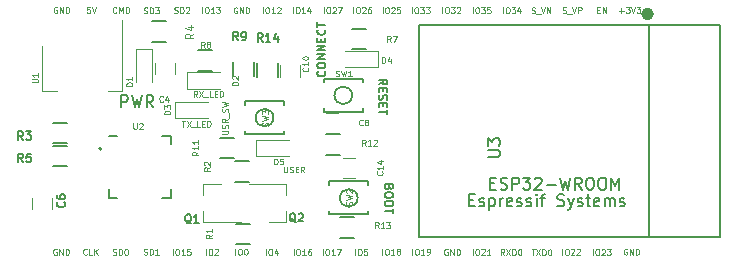
<source format=gbr>
G04 #@! TF.FileFunction,Legend,Top*
%FSLAX46Y46*%
G04 Gerber Fmt 4.6, Leading zero omitted, Abs format (unit mm)*
G04 Created by KiCad (PCBNEW 4.0.4-stable) date 02/22/17 16:36:32*
%MOMM*%
%LPD*%
G01*
G04 APERTURE LIST*
%ADD10C,0.100000*%
%ADD11C,0.175000*%
%ADD12C,0.150000*%
%ADD13C,0.120000*%
%ADD14C,0.500000*%
%ADD15C,0.110000*%
%ADD16C,0.125000*%
G04 APERTURE END LIST*
D10*
D11*
X142960000Y-104740001D02*
X142926667Y-104840001D01*
X142893333Y-104873334D01*
X142826667Y-104906668D01*
X142726667Y-104906668D01*
X142660000Y-104873334D01*
X142626667Y-104840001D01*
X142593333Y-104773334D01*
X142593333Y-104506668D01*
X143293333Y-104506668D01*
X143293333Y-104740001D01*
X143260000Y-104806668D01*
X143226667Y-104840001D01*
X143160000Y-104873334D01*
X143093333Y-104873334D01*
X143026667Y-104840001D01*
X142993333Y-104806668D01*
X142960000Y-104740001D01*
X142960000Y-104506668D01*
X143293333Y-105340001D02*
X143293333Y-105473334D01*
X143260000Y-105540001D01*
X143193333Y-105606668D01*
X143060000Y-105640001D01*
X142826667Y-105640001D01*
X142693333Y-105606668D01*
X142626667Y-105540001D01*
X142593333Y-105473334D01*
X142593333Y-105340001D01*
X142626667Y-105273334D01*
X142693333Y-105206668D01*
X142826667Y-105173334D01*
X143060000Y-105173334D01*
X143193333Y-105206668D01*
X143260000Y-105273334D01*
X143293333Y-105340001D01*
X143293333Y-106073334D02*
X143293333Y-106206667D01*
X143260000Y-106273334D01*
X143193333Y-106340001D01*
X143060000Y-106373334D01*
X142826667Y-106373334D01*
X142693333Y-106340001D01*
X142626667Y-106273334D01*
X142593333Y-106206667D01*
X142593333Y-106073334D01*
X142626667Y-106006667D01*
X142693333Y-105940001D01*
X142826667Y-105906667D01*
X143060000Y-105906667D01*
X143193333Y-105940001D01*
X143260000Y-106006667D01*
X143293333Y-106073334D01*
X143293333Y-106573334D02*
X143293333Y-106973334D01*
X142593333Y-106773334D02*
X143293333Y-106773334D01*
D10*
X119879048Y-89958571D02*
X119855238Y-89982381D01*
X119783810Y-90006190D01*
X119736191Y-90006190D01*
X119664762Y-89982381D01*
X119617143Y-89934762D01*
X119593334Y-89887143D01*
X119569524Y-89791905D01*
X119569524Y-89720476D01*
X119593334Y-89625238D01*
X119617143Y-89577619D01*
X119664762Y-89530000D01*
X119736191Y-89506190D01*
X119783810Y-89506190D01*
X119855238Y-89530000D01*
X119879048Y-89553810D01*
X120093334Y-90006190D02*
X120093334Y-89506190D01*
X120260000Y-89863333D01*
X120426667Y-89506190D01*
X120426667Y-90006190D01*
X120664763Y-90006190D02*
X120664763Y-89506190D01*
X120783810Y-89506190D01*
X120855239Y-89530000D01*
X120902858Y-89577619D01*
X120926667Y-89625238D01*
X120950477Y-89720476D01*
X120950477Y-89791905D01*
X120926667Y-89887143D01*
X120902858Y-89934762D01*
X120855239Y-89982381D01*
X120783810Y-90006190D01*
X120664763Y-90006190D01*
X162439049Y-89795714D02*
X162820001Y-89795714D01*
X162629525Y-89986190D02*
X162629525Y-89605238D01*
X163010478Y-89486190D02*
X163320001Y-89486190D01*
X163153335Y-89676667D01*
X163224763Y-89676667D01*
X163272382Y-89700476D01*
X163296192Y-89724286D01*
X163320001Y-89771905D01*
X163320001Y-89890952D01*
X163296192Y-89938571D01*
X163272382Y-89962381D01*
X163224763Y-89986190D01*
X163081906Y-89986190D01*
X163034287Y-89962381D01*
X163010478Y-89938571D01*
X163462858Y-89486190D02*
X163629525Y-89986190D01*
X163796191Y-89486190D01*
X163915239Y-89486190D02*
X164224762Y-89486190D01*
X164058096Y-89676667D01*
X164129524Y-89676667D01*
X164177143Y-89700476D01*
X164200953Y-89724286D01*
X164224762Y-89771905D01*
X164224762Y-89890952D01*
X164200953Y-89938571D01*
X164177143Y-89962381D01*
X164129524Y-89986190D01*
X163986667Y-89986190D01*
X163939048Y-89962381D01*
X163915239Y-89938571D01*
X160600953Y-89724286D02*
X160767619Y-89724286D01*
X160839048Y-89986190D02*
X160600953Y-89986190D01*
X160600953Y-89486190D01*
X160839048Y-89486190D01*
X161053334Y-89986190D02*
X161053334Y-89486190D01*
X161339048Y-89986190D01*
X161339048Y-89486190D01*
X157662382Y-89982381D02*
X157733811Y-90006190D01*
X157852858Y-90006190D01*
X157900477Y-89982381D01*
X157924287Y-89958571D01*
X157948096Y-89910952D01*
X157948096Y-89863333D01*
X157924287Y-89815714D01*
X157900477Y-89791905D01*
X157852858Y-89768095D01*
X157757620Y-89744286D01*
X157710001Y-89720476D01*
X157686192Y-89696667D01*
X157662382Y-89649048D01*
X157662382Y-89601429D01*
X157686192Y-89553810D01*
X157710001Y-89530000D01*
X157757620Y-89506190D01*
X157876668Y-89506190D01*
X157948096Y-89530000D01*
X158043334Y-90053810D02*
X158424286Y-90053810D01*
X158471905Y-89506190D02*
X158638572Y-90006190D01*
X158805238Y-89506190D01*
X158971905Y-90006190D02*
X158971905Y-89506190D01*
X159162381Y-89506190D01*
X159210000Y-89530000D01*
X159233809Y-89553810D01*
X159257619Y-89601429D01*
X159257619Y-89672857D01*
X159233809Y-89720476D01*
X159210000Y-89744286D01*
X159162381Y-89768095D01*
X158971905Y-89768095D01*
X155020477Y-89992381D02*
X155091906Y-90016190D01*
X155210953Y-90016190D01*
X155258572Y-89992381D01*
X155282382Y-89968571D01*
X155306191Y-89920952D01*
X155306191Y-89873333D01*
X155282382Y-89825714D01*
X155258572Y-89801905D01*
X155210953Y-89778095D01*
X155115715Y-89754286D01*
X155068096Y-89730476D01*
X155044287Y-89706667D01*
X155020477Y-89659048D01*
X155020477Y-89611429D01*
X155044287Y-89563810D01*
X155068096Y-89540000D01*
X155115715Y-89516190D01*
X155234763Y-89516190D01*
X155306191Y-89540000D01*
X155401429Y-90063810D02*
X155782381Y-90063810D01*
X155830000Y-89516190D02*
X155996667Y-90016190D01*
X156163333Y-89516190D01*
X156330000Y-90016190D02*
X156330000Y-89516190D01*
X156615714Y-90016190D01*
X156615714Y-89516190D01*
X152611906Y-90016190D02*
X152611906Y-89516190D01*
X152945239Y-89516190D02*
X153040477Y-89516190D01*
X153088096Y-89540000D01*
X153135715Y-89587619D01*
X153159524Y-89682857D01*
X153159524Y-89849524D01*
X153135715Y-89944762D01*
X153088096Y-89992381D01*
X153040477Y-90016190D01*
X152945239Y-90016190D01*
X152897620Y-89992381D01*
X152850001Y-89944762D01*
X152826191Y-89849524D01*
X152826191Y-89682857D01*
X152850001Y-89587619D01*
X152897620Y-89540000D01*
X152945239Y-89516190D01*
X153326192Y-89516190D02*
X153635715Y-89516190D01*
X153469049Y-89706667D01*
X153540477Y-89706667D01*
X153588096Y-89730476D01*
X153611906Y-89754286D01*
X153635715Y-89801905D01*
X153635715Y-89920952D01*
X153611906Y-89968571D01*
X153588096Y-89992381D01*
X153540477Y-90016190D01*
X153397620Y-90016190D01*
X153350001Y-89992381D01*
X153326192Y-89968571D01*
X154064286Y-89682857D02*
X154064286Y-90016190D01*
X153945239Y-89492381D02*
X153826191Y-89849524D01*
X154135715Y-89849524D01*
X150051906Y-90016190D02*
X150051906Y-89516190D01*
X150385239Y-89516190D02*
X150480477Y-89516190D01*
X150528096Y-89540000D01*
X150575715Y-89587619D01*
X150599524Y-89682857D01*
X150599524Y-89849524D01*
X150575715Y-89944762D01*
X150528096Y-89992381D01*
X150480477Y-90016190D01*
X150385239Y-90016190D01*
X150337620Y-89992381D01*
X150290001Y-89944762D01*
X150266191Y-89849524D01*
X150266191Y-89682857D01*
X150290001Y-89587619D01*
X150337620Y-89540000D01*
X150385239Y-89516190D01*
X150766192Y-89516190D02*
X151075715Y-89516190D01*
X150909049Y-89706667D01*
X150980477Y-89706667D01*
X151028096Y-89730476D01*
X151051906Y-89754286D01*
X151075715Y-89801905D01*
X151075715Y-89920952D01*
X151051906Y-89968571D01*
X151028096Y-89992381D01*
X150980477Y-90016190D01*
X150837620Y-90016190D01*
X150790001Y-89992381D01*
X150766192Y-89968571D01*
X151528096Y-89516190D02*
X151290001Y-89516190D01*
X151266191Y-89754286D01*
X151290001Y-89730476D01*
X151337620Y-89706667D01*
X151456667Y-89706667D01*
X151504286Y-89730476D01*
X151528096Y-89754286D01*
X151551905Y-89801905D01*
X151551905Y-89920952D01*
X151528096Y-89968571D01*
X151504286Y-89992381D01*
X151456667Y-90016190D01*
X151337620Y-90016190D01*
X151290001Y-89992381D01*
X151266191Y-89968571D01*
X147481906Y-90006190D02*
X147481906Y-89506190D01*
X147815239Y-89506190D02*
X147910477Y-89506190D01*
X147958096Y-89530000D01*
X148005715Y-89577619D01*
X148029524Y-89672857D01*
X148029524Y-89839524D01*
X148005715Y-89934762D01*
X147958096Y-89982381D01*
X147910477Y-90006190D01*
X147815239Y-90006190D01*
X147767620Y-89982381D01*
X147720001Y-89934762D01*
X147696191Y-89839524D01*
X147696191Y-89672857D01*
X147720001Y-89577619D01*
X147767620Y-89530000D01*
X147815239Y-89506190D01*
X148196192Y-89506190D02*
X148505715Y-89506190D01*
X148339049Y-89696667D01*
X148410477Y-89696667D01*
X148458096Y-89720476D01*
X148481906Y-89744286D01*
X148505715Y-89791905D01*
X148505715Y-89910952D01*
X148481906Y-89958571D01*
X148458096Y-89982381D01*
X148410477Y-90006190D01*
X148267620Y-90006190D01*
X148220001Y-89982381D01*
X148196192Y-89958571D01*
X148696191Y-89553810D02*
X148720001Y-89530000D01*
X148767620Y-89506190D01*
X148886667Y-89506190D01*
X148934286Y-89530000D01*
X148958096Y-89553810D01*
X148981905Y-89601429D01*
X148981905Y-89649048D01*
X148958096Y-89720476D01*
X148672382Y-90006190D01*
X148981905Y-90006190D01*
X163109047Y-109990000D02*
X163061428Y-109966190D01*
X162990000Y-109966190D01*
X162918571Y-109990000D01*
X162870952Y-110037619D01*
X162847143Y-110085238D01*
X162823333Y-110180476D01*
X162823333Y-110251905D01*
X162847143Y-110347143D01*
X162870952Y-110394762D01*
X162918571Y-110442381D01*
X162990000Y-110466190D01*
X163037619Y-110466190D01*
X163109047Y-110442381D01*
X163132857Y-110418571D01*
X163132857Y-110251905D01*
X163037619Y-110251905D01*
X163347143Y-110466190D02*
X163347143Y-109966190D01*
X163632857Y-110466190D01*
X163632857Y-109966190D01*
X163870953Y-110466190D02*
X163870953Y-109966190D01*
X163990000Y-109966190D01*
X164061429Y-109990000D01*
X164109048Y-110037619D01*
X164132857Y-110085238D01*
X164156667Y-110180476D01*
X164156667Y-110251905D01*
X164132857Y-110347143D01*
X164109048Y-110394762D01*
X164061429Y-110442381D01*
X163990000Y-110466190D01*
X163870953Y-110466190D01*
X160221906Y-110496190D02*
X160221906Y-109996190D01*
X160555239Y-109996190D02*
X160650477Y-109996190D01*
X160698096Y-110020000D01*
X160745715Y-110067619D01*
X160769524Y-110162857D01*
X160769524Y-110329524D01*
X160745715Y-110424762D01*
X160698096Y-110472381D01*
X160650477Y-110496190D01*
X160555239Y-110496190D01*
X160507620Y-110472381D01*
X160460001Y-110424762D01*
X160436191Y-110329524D01*
X160436191Y-110162857D01*
X160460001Y-110067619D01*
X160507620Y-110020000D01*
X160555239Y-109996190D01*
X160960001Y-110043810D02*
X160983811Y-110020000D01*
X161031430Y-109996190D01*
X161150477Y-109996190D01*
X161198096Y-110020000D01*
X161221906Y-110043810D01*
X161245715Y-110091429D01*
X161245715Y-110139048D01*
X161221906Y-110210476D01*
X160936192Y-110496190D01*
X161245715Y-110496190D01*
X161412382Y-109996190D02*
X161721905Y-109996190D01*
X161555239Y-110186667D01*
X161626667Y-110186667D01*
X161674286Y-110210476D01*
X161698096Y-110234286D01*
X161721905Y-110281905D01*
X161721905Y-110400952D01*
X161698096Y-110448571D01*
X161674286Y-110472381D01*
X161626667Y-110496190D01*
X161483810Y-110496190D01*
X161436191Y-110472381D01*
X161412382Y-110448571D01*
X157631906Y-110476190D02*
X157631906Y-109976190D01*
X157965239Y-109976190D02*
X158060477Y-109976190D01*
X158108096Y-110000000D01*
X158155715Y-110047619D01*
X158179524Y-110142857D01*
X158179524Y-110309524D01*
X158155715Y-110404762D01*
X158108096Y-110452381D01*
X158060477Y-110476190D01*
X157965239Y-110476190D01*
X157917620Y-110452381D01*
X157870001Y-110404762D01*
X157846191Y-110309524D01*
X157846191Y-110142857D01*
X157870001Y-110047619D01*
X157917620Y-110000000D01*
X157965239Y-109976190D01*
X158370001Y-110023810D02*
X158393811Y-110000000D01*
X158441430Y-109976190D01*
X158560477Y-109976190D01*
X158608096Y-110000000D01*
X158631906Y-110023810D01*
X158655715Y-110071429D01*
X158655715Y-110119048D01*
X158631906Y-110190476D01*
X158346192Y-110476190D01*
X158655715Y-110476190D01*
X158846191Y-110023810D02*
X158870001Y-110000000D01*
X158917620Y-109976190D01*
X159036667Y-109976190D01*
X159084286Y-110000000D01*
X159108096Y-110023810D01*
X159131905Y-110071429D01*
X159131905Y-110119048D01*
X159108096Y-110190476D01*
X158822382Y-110476190D01*
X159131905Y-110476190D01*
X155020953Y-110006190D02*
X155306667Y-110006190D01*
X155163810Y-110506190D02*
X155163810Y-110006190D01*
X155425715Y-110006190D02*
X155759048Y-110506190D01*
X155759048Y-110006190D02*
X155425715Y-110506190D01*
X155949524Y-110506190D02*
X155949524Y-110006190D01*
X156068571Y-110006190D01*
X156140000Y-110030000D01*
X156187619Y-110077619D01*
X156211428Y-110125238D01*
X156235238Y-110220476D01*
X156235238Y-110291905D01*
X156211428Y-110387143D01*
X156187619Y-110434762D01*
X156140000Y-110482381D01*
X156068571Y-110506190D01*
X155949524Y-110506190D01*
X156544762Y-110006190D02*
X156592381Y-110006190D01*
X156640000Y-110030000D01*
X156663809Y-110053810D01*
X156687619Y-110101429D01*
X156711428Y-110196667D01*
X156711428Y-110315714D01*
X156687619Y-110410952D01*
X156663809Y-110458571D01*
X156640000Y-110482381D01*
X156592381Y-110506190D01*
X156544762Y-110506190D01*
X156497143Y-110482381D01*
X156473333Y-110458571D01*
X156449524Y-110410952D01*
X156425714Y-110315714D01*
X156425714Y-110196667D01*
X156449524Y-110101429D01*
X156473333Y-110053810D01*
X156497143Y-110030000D01*
X156544762Y-110006190D01*
X152718572Y-110496190D02*
X152551905Y-110258095D01*
X152432858Y-110496190D02*
X152432858Y-109996190D01*
X152623334Y-109996190D01*
X152670953Y-110020000D01*
X152694762Y-110043810D01*
X152718572Y-110091429D01*
X152718572Y-110162857D01*
X152694762Y-110210476D01*
X152670953Y-110234286D01*
X152623334Y-110258095D01*
X152432858Y-110258095D01*
X152885239Y-109996190D02*
X153218572Y-110496190D01*
X153218572Y-109996190D02*
X152885239Y-110496190D01*
X153409048Y-110496190D02*
X153409048Y-109996190D01*
X153528095Y-109996190D01*
X153599524Y-110020000D01*
X153647143Y-110067619D01*
X153670952Y-110115238D01*
X153694762Y-110210476D01*
X153694762Y-110281905D01*
X153670952Y-110377143D01*
X153647143Y-110424762D01*
X153599524Y-110472381D01*
X153528095Y-110496190D01*
X153409048Y-110496190D01*
X154004286Y-109996190D02*
X154051905Y-109996190D01*
X154099524Y-110020000D01*
X154123333Y-110043810D01*
X154147143Y-110091429D01*
X154170952Y-110186667D01*
X154170952Y-110305714D01*
X154147143Y-110400952D01*
X154123333Y-110448571D01*
X154099524Y-110472381D01*
X154051905Y-110496190D01*
X154004286Y-110496190D01*
X153956667Y-110472381D01*
X153932857Y-110448571D01*
X153909048Y-110400952D01*
X153885238Y-110305714D01*
X153885238Y-110186667D01*
X153909048Y-110091429D01*
X153932857Y-110043810D01*
X153956667Y-110020000D01*
X154004286Y-109996190D01*
X150041906Y-110476190D02*
X150041906Y-109976190D01*
X150375239Y-109976190D02*
X150470477Y-109976190D01*
X150518096Y-110000000D01*
X150565715Y-110047619D01*
X150589524Y-110142857D01*
X150589524Y-110309524D01*
X150565715Y-110404762D01*
X150518096Y-110452381D01*
X150470477Y-110476190D01*
X150375239Y-110476190D01*
X150327620Y-110452381D01*
X150280001Y-110404762D01*
X150256191Y-110309524D01*
X150256191Y-110142857D01*
X150280001Y-110047619D01*
X150327620Y-110000000D01*
X150375239Y-109976190D01*
X150780001Y-110023810D02*
X150803811Y-110000000D01*
X150851430Y-109976190D01*
X150970477Y-109976190D01*
X151018096Y-110000000D01*
X151041906Y-110023810D01*
X151065715Y-110071429D01*
X151065715Y-110119048D01*
X151041906Y-110190476D01*
X150756192Y-110476190D01*
X151065715Y-110476190D01*
X151541905Y-110476190D02*
X151256191Y-110476190D01*
X151399048Y-110476190D02*
X151399048Y-109976190D01*
X151351429Y-110047619D01*
X151303810Y-110095238D01*
X151256191Y-110119048D01*
X147909047Y-110010000D02*
X147861428Y-109986190D01*
X147790000Y-109986190D01*
X147718571Y-110010000D01*
X147670952Y-110057619D01*
X147647143Y-110105238D01*
X147623333Y-110200476D01*
X147623333Y-110271905D01*
X147647143Y-110367143D01*
X147670952Y-110414762D01*
X147718571Y-110462381D01*
X147790000Y-110486190D01*
X147837619Y-110486190D01*
X147909047Y-110462381D01*
X147932857Y-110438571D01*
X147932857Y-110271905D01*
X147837619Y-110271905D01*
X148147143Y-110486190D02*
X148147143Y-109986190D01*
X148432857Y-110486190D01*
X148432857Y-109986190D01*
X148670953Y-110486190D02*
X148670953Y-109986190D01*
X148790000Y-109986190D01*
X148861429Y-110010000D01*
X148909048Y-110057619D01*
X148932857Y-110105238D01*
X148956667Y-110200476D01*
X148956667Y-110271905D01*
X148932857Y-110367143D01*
X148909048Y-110414762D01*
X148861429Y-110462381D01*
X148790000Y-110486190D01*
X148670953Y-110486190D01*
X144931906Y-110456190D02*
X144931906Y-109956190D01*
X145265239Y-109956190D02*
X145360477Y-109956190D01*
X145408096Y-109980000D01*
X145455715Y-110027619D01*
X145479524Y-110122857D01*
X145479524Y-110289524D01*
X145455715Y-110384762D01*
X145408096Y-110432381D01*
X145360477Y-110456190D01*
X145265239Y-110456190D01*
X145217620Y-110432381D01*
X145170001Y-110384762D01*
X145146191Y-110289524D01*
X145146191Y-110122857D01*
X145170001Y-110027619D01*
X145217620Y-109980000D01*
X145265239Y-109956190D01*
X145955715Y-110456190D02*
X145670001Y-110456190D01*
X145812858Y-110456190D02*
X145812858Y-109956190D01*
X145765239Y-110027619D01*
X145717620Y-110075238D01*
X145670001Y-110099048D01*
X146193810Y-110456190D02*
X146289048Y-110456190D01*
X146336667Y-110432381D01*
X146360477Y-110408571D01*
X146408096Y-110337143D01*
X146431905Y-110241905D01*
X146431905Y-110051429D01*
X146408096Y-110003810D01*
X146384286Y-109980000D01*
X146336667Y-109956190D01*
X146241429Y-109956190D01*
X146193810Y-109980000D01*
X146170001Y-110003810D01*
X146146191Y-110051429D01*
X146146191Y-110170476D01*
X146170001Y-110218095D01*
X146193810Y-110241905D01*
X146241429Y-110265714D01*
X146336667Y-110265714D01*
X146384286Y-110241905D01*
X146408096Y-110218095D01*
X146431905Y-110170476D01*
X142391906Y-110456190D02*
X142391906Y-109956190D01*
X142725239Y-109956190D02*
X142820477Y-109956190D01*
X142868096Y-109980000D01*
X142915715Y-110027619D01*
X142939524Y-110122857D01*
X142939524Y-110289524D01*
X142915715Y-110384762D01*
X142868096Y-110432381D01*
X142820477Y-110456190D01*
X142725239Y-110456190D01*
X142677620Y-110432381D01*
X142630001Y-110384762D01*
X142606191Y-110289524D01*
X142606191Y-110122857D01*
X142630001Y-110027619D01*
X142677620Y-109980000D01*
X142725239Y-109956190D01*
X143415715Y-110456190D02*
X143130001Y-110456190D01*
X143272858Y-110456190D02*
X143272858Y-109956190D01*
X143225239Y-110027619D01*
X143177620Y-110075238D01*
X143130001Y-110099048D01*
X143701429Y-110170476D02*
X143653810Y-110146667D01*
X143630001Y-110122857D01*
X143606191Y-110075238D01*
X143606191Y-110051429D01*
X143630001Y-110003810D01*
X143653810Y-109980000D01*
X143701429Y-109956190D01*
X143796667Y-109956190D01*
X143844286Y-109980000D01*
X143868096Y-110003810D01*
X143891905Y-110051429D01*
X143891905Y-110075238D01*
X143868096Y-110122857D01*
X143844286Y-110146667D01*
X143796667Y-110170476D01*
X143701429Y-110170476D01*
X143653810Y-110194286D01*
X143630001Y-110218095D01*
X143606191Y-110265714D01*
X143606191Y-110360952D01*
X143630001Y-110408571D01*
X143653810Y-110432381D01*
X143701429Y-110456190D01*
X143796667Y-110456190D01*
X143844286Y-110432381D01*
X143868096Y-110408571D01*
X143891905Y-110360952D01*
X143891905Y-110265714D01*
X143868096Y-110218095D01*
X143844286Y-110194286D01*
X143796667Y-110170476D01*
X140080001Y-110496190D02*
X140080001Y-109996190D01*
X140413334Y-109996190D02*
X140508572Y-109996190D01*
X140556191Y-110020000D01*
X140603810Y-110067619D01*
X140627619Y-110162857D01*
X140627619Y-110329524D01*
X140603810Y-110424762D01*
X140556191Y-110472381D01*
X140508572Y-110496190D01*
X140413334Y-110496190D01*
X140365715Y-110472381D01*
X140318096Y-110424762D01*
X140294286Y-110329524D01*
X140294286Y-110162857D01*
X140318096Y-110067619D01*
X140365715Y-110020000D01*
X140413334Y-109996190D01*
X141080001Y-109996190D02*
X140841906Y-109996190D01*
X140818096Y-110234286D01*
X140841906Y-110210476D01*
X140889525Y-110186667D01*
X141008572Y-110186667D01*
X141056191Y-110210476D01*
X141080001Y-110234286D01*
X141103810Y-110281905D01*
X141103810Y-110400952D01*
X141080001Y-110448571D01*
X141056191Y-110472381D01*
X141008572Y-110496190D01*
X140889525Y-110496190D01*
X140841906Y-110472381D01*
X140818096Y-110448571D01*
X137351906Y-110486190D02*
X137351906Y-109986190D01*
X137685239Y-109986190D02*
X137780477Y-109986190D01*
X137828096Y-110010000D01*
X137875715Y-110057619D01*
X137899524Y-110152857D01*
X137899524Y-110319524D01*
X137875715Y-110414762D01*
X137828096Y-110462381D01*
X137780477Y-110486190D01*
X137685239Y-110486190D01*
X137637620Y-110462381D01*
X137590001Y-110414762D01*
X137566191Y-110319524D01*
X137566191Y-110152857D01*
X137590001Y-110057619D01*
X137637620Y-110010000D01*
X137685239Y-109986190D01*
X138375715Y-110486190D02*
X138090001Y-110486190D01*
X138232858Y-110486190D02*
X138232858Y-109986190D01*
X138185239Y-110057619D01*
X138137620Y-110105238D01*
X138090001Y-110129048D01*
X138542382Y-109986190D02*
X138875715Y-109986190D01*
X138661429Y-110486190D01*
X134881906Y-110496190D02*
X134881906Y-109996190D01*
X135215239Y-109996190D02*
X135310477Y-109996190D01*
X135358096Y-110020000D01*
X135405715Y-110067619D01*
X135429524Y-110162857D01*
X135429524Y-110329524D01*
X135405715Y-110424762D01*
X135358096Y-110472381D01*
X135310477Y-110496190D01*
X135215239Y-110496190D01*
X135167620Y-110472381D01*
X135120001Y-110424762D01*
X135096191Y-110329524D01*
X135096191Y-110162857D01*
X135120001Y-110067619D01*
X135167620Y-110020000D01*
X135215239Y-109996190D01*
X135905715Y-110496190D02*
X135620001Y-110496190D01*
X135762858Y-110496190D02*
X135762858Y-109996190D01*
X135715239Y-110067619D01*
X135667620Y-110115238D01*
X135620001Y-110139048D01*
X136334286Y-109996190D02*
X136239048Y-109996190D01*
X136191429Y-110020000D01*
X136167620Y-110043810D01*
X136120001Y-110115238D01*
X136096191Y-110210476D01*
X136096191Y-110400952D01*
X136120001Y-110448571D01*
X136143810Y-110472381D01*
X136191429Y-110496190D01*
X136286667Y-110496190D01*
X136334286Y-110472381D01*
X136358096Y-110448571D01*
X136381905Y-110400952D01*
X136381905Y-110281905D01*
X136358096Y-110234286D01*
X136334286Y-110210476D01*
X136286667Y-110186667D01*
X136191429Y-110186667D01*
X136143810Y-110210476D01*
X136120001Y-110234286D01*
X136096191Y-110281905D01*
X129950001Y-110466190D02*
X129950001Y-109966190D01*
X130283334Y-109966190D02*
X130378572Y-109966190D01*
X130426191Y-109990000D01*
X130473810Y-110037619D01*
X130497619Y-110132857D01*
X130497619Y-110299524D01*
X130473810Y-110394762D01*
X130426191Y-110442381D01*
X130378572Y-110466190D01*
X130283334Y-110466190D01*
X130235715Y-110442381D01*
X130188096Y-110394762D01*
X130164286Y-110299524D01*
X130164286Y-110132857D01*
X130188096Y-110037619D01*
X130235715Y-109990000D01*
X130283334Y-109966190D01*
X130807144Y-109966190D02*
X130854763Y-109966190D01*
X130902382Y-109990000D01*
X130926191Y-110013810D01*
X130950001Y-110061429D01*
X130973810Y-110156667D01*
X130973810Y-110275714D01*
X130950001Y-110370952D01*
X130926191Y-110418571D01*
X130902382Y-110442381D01*
X130854763Y-110466190D01*
X130807144Y-110466190D01*
X130759525Y-110442381D01*
X130735715Y-110418571D01*
X130711906Y-110370952D01*
X130688096Y-110275714D01*
X130688096Y-110156667D01*
X130711906Y-110061429D01*
X130735715Y-110013810D01*
X130759525Y-109990000D01*
X130807144Y-109966190D01*
X132530001Y-110476190D02*
X132530001Y-109976190D01*
X132863334Y-109976190D02*
X132958572Y-109976190D01*
X133006191Y-110000000D01*
X133053810Y-110047619D01*
X133077619Y-110142857D01*
X133077619Y-110309524D01*
X133053810Y-110404762D01*
X133006191Y-110452381D01*
X132958572Y-110476190D01*
X132863334Y-110476190D01*
X132815715Y-110452381D01*
X132768096Y-110404762D01*
X132744286Y-110309524D01*
X132744286Y-110142857D01*
X132768096Y-110047619D01*
X132815715Y-110000000D01*
X132863334Y-109976190D01*
X133506191Y-110142857D02*
X133506191Y-110476190D01*
X133387144Y-109952381D02*
X133268096Y-110309524D01*
X133577620Y-110309524D01*
X127460001Y-110476190D02*
X127460001Y-109976190D01*
X127793334Y-109976190D02*
X127888572Y-109976190D01*
X127936191Y-110000000D01*
X127983810Y-110047619D01*
X128007619Y-110142857D01*
X128007619Y-110309524D01*
X127983810Y-110404762D01*
X127936191Y-110452381D01*
X127888572Y-110476190D01*
X127793334Y-110476190D01*
X127745715Y-110452381D01*
X127698096Y-110404762D01*
X127674286Y-110309524D01*
X127674286Y-110142857D01*
X127698096Y-110047619D01*
X127745715Y-110000000D01*
X127793334Y-109976190D01*
X128198096Y-110023810D02*
X128221906Y-110000000D01*
X128269525Y-109976190D01*
X128388572Y-109976190D01*
X128436191Y-110000000D01*
X128460001Y-110023810D01*
X128483810Y-110071429D01*
X128483810Y-110119048D01*
X128460001Y-110190476D01*
X128174287Y-110476190D01*
X128483810Y-110476190D01*
X124651906Y-110486190D02*
X124651906Y-109986190D01*
X124985239Y-109986190D02*
X125080477Y-109986190D01*
X125128096Y-110010000D01*
X125175715Y-110057619D01*
X125199524Y-110152857D01*
X125199524Y-110319524D01*
X125175715Y-110414762D01*
X125128096Y-110462381D01*
X125080477Y-110486190D01*
X124985239Y-110486190D01*
X124937620Y-110462381D01*
X124890001Y-110414762D01*
X124866191Y-110319524D01*
X124866191Y-110152857D01*
X124890001Y-110057619D01*
X124937620Y-110010000D01*
X124985239Y-109986190D01*
X125675715Y-110486190D02*
X125390001Y-110486190D01*
X125532858Y-110486190D02*
X125532858Y-109986190D01*
X125485239Y-110057619D01*
X125437620Y-110105238D01*
X125390001Y-110129048D01*
X126128096Y-109986190D02*
X125890001Y-109986190D01*
X125866191Y-110224286D01*
X125890001Y-110200476D01*
X125937620Y-110176667D01*
X126056667Y-110176667D01*
X126104286Y-110200476D01*
X126128096Y-110224286D01*
X126151905Y-110271905D01*
X126151905Y-110390952D01*
X126128096Y-110438571D01*
X126104286Y-110462381D01*
X126056667Y-110486190D01*
X125937620Y-110486190D01*
X125890001Y-110462381D01*
X125866191Y-110438571D01*
X122199048Y-110442381D02*
X122270477Y-110466190D01*
X122389524Y-110466190D01*
X122437143Y-110442381D01*
X122460953Y-110418571D01*
X122484762Y-110370952D01*
X122484762Y-110323333D01*
X122460953Y-110275714D01*
X122437143Y-110251905D01*
X122389524Y-110228095D01*
X122294286Y-110204286D01*
X122246667Y-110180476D01*
X122222858Y-110156667D01*
X122199048Y-110109048D01*
X122199048Y-110061429D01*
X122222858Y-110013810D01*
X122246667Y-109990000D01*
X122294286Y-109966190D01*
X122413334Y-109966190D01*
X122484762Y-109990000D01*
X122699048Y-110466190D02*
X122699048Y-109966190D01*
X122818095Y-109966190D01*
X122889524Y-109990000D01*
X122937143Y-110037619D01*
X122960952Y-110085238D01*
X122984762Y-110180476D01*
X122984762Y-110251905D01*
X122960952Y-110347143D01*
X122937143Y-110394762D01*
X122889524Y-110442381D01*
X122818095Y-110466190D01*
X122699048Y-110466190D01*
X123460952Y-110466190D02*
X123175238Y-110466190D01*
X123318095Y-110466190D02*
X123318095Y-109966190D01*
X123270476Y-110037619D01*
X123222857Y-110085238D01*
X123175238Y-110109048D01*
X119575238Y-110452381D02*
X119646667Y-110476190D01*
X119765714Y-110476190D01*
X119813333Y-110452381D01*
X119837143Y-110428571D01*
X119860952Y-110380952D01*
X119860952Y-110333333D01*
X119837143Y-110285714D01*
X119813333Y-110261905D01*
X119765714Y-110238095D01*
X119670476Y-110214286D01*
X119622857Y-110190476D01*
X119599048Y-110166667D01*
X119575238Y-110119048D01*
X119575238Y-110071429D01*
X119599048Y-110023810D01*
X119622857Y-110000000D01*
X119670476Y-109976190D01*
X119789524Y-109976190D01*
X119860952Y-110000000D01*
X120075238Y-110476190D02*
X120075238Y-109976190D01*
X120194285Y-109976190D01*
X120265714Y-110000000D01*
X120313333Y-110047619D01*
X120337142Y-110095238D01*
X120360952Y-110190476D01*
X120360952Y-110261905D01*
X120337142Y-110357143D01*
X120313333Y-110404762D01*
X120265714Y-110452381D01*
X120194285Y-110476190D01*
X120075238Y-110476190D01*
X120670476Y-109976190D02*
X120765714Y-109976190D01*
X120813333Y-110000000D01*
X120860952Y-110047619D01*
X120884761Y-110142857D01*
X120884761Y-110309524D01*
X120860952Y-110404762D01*
X120813333Y-110452381D01*
X120765714Y-110476190D01*
X120670476Y-110476190D01*
X120622857Y-110452381D01*
X120575238Y-110404762D01*
X120551428Y-110309524D01*
X120551428Y-110142857D01*
X120575238Y-110047619D01*
X120622857Y-110000000D01*
X120670476Y-109976190D01*
X117372381Y-110418571D02*
X117348571Y-110442381D01*
X117277143Y-110466190D01*
X117229524Y-110466190D01*
X117158095Y-110442381D01*
X117110476Y-110394762D01*
X117086667Y-110347143D01*
X117062857Y-110251905D01*
X117062857Y-110180476D01*
X117086667Y-110085238D01*
X117110476Y-110037619D01*
X117158095Y-109990000D01*
X117229524Y-109966190D01*
X117277143Y-109966190D01*
X117348571Y-109990000D01*
X117372381Y-110013810D01*
X117824762Y-110466190D02*
X117586667Y-110466190D01*
X117586667Y-109966190D01*
X117991429Y-110466190D02*
X117991429Y-109966190D01*
X118277143Y-110466190D02*
X118062857Y-110180476D01*
X118277143Y-109966190D02*
X117991429Y-110251905D01*
X114809047Y-110000000D02*
X114761428Y-109976190D01*
X114690000Y-109976190D01*
X114618571Y-110000000D01*
X114570952Y-110047619D01*
X114547143Y-110095238D01*
X114523333Y-110190476D01*
X114523333Y-110261905D01*
X114547143Y-110357143D01*
X114570952Y-110404762D01*
X114618571Y-110452381D01*
X114690000Y-110476190D01*
X114737619Y-110476190D01*
X114809047Y-110452381D01*
X114832857Y-110428571D01*
X114832857Y-110261905D01*
X114737619Y-110261905D01*
X115047143Y-110476190D02*
X115047143Y-109976190D01*
X115332857Y-110476190D01*
X115332857Y-109976190D01*
X115570953Y-110476190D02*
X115570953Y-109976190D01*
X115690000Y-109976190D01*
X115761429Y-110000000D01*
X115809048Y-110047619D01*
X115832857Y-110095238D01*
X115856667Y-110190476D01*
X115856667Y-110261905D01*
X115832857Y-110357143D01*
X115809048Y-110404762D01*
X115761429Y-110452381D01*
X115690000Y-110476190D01*
X115570953Y-110476190D01*
X144891906Y-90016190D02*
X144891906Y-89516190D01*
X145225239Y-89516190D02*
X145320477Y-89516190D01*
X145368096Y-89540000D01*
X145415715Y-89587619D01*
X145439524Y-89682857D01*
X145439524Y-89849524D01*
X145415715Y-89944762D01*
X145368096Y-89992381D01*
X145320477Y-90016190D01*
X145225239Y-90016190D01*
X145177620Y-89992381D01*
X145130001Y-89944762D01*
X145106191Y-89849524D01*
X145106191Y-89682857D01*
X145130001Y-89587619D01*
X145177620Y-89540000D01*
X145225239Y-89516190D01*
X145606192Y-89516190D02*
X145915715Y-89516190D01*
X145749049Y-89706667D01*
X145820477Y-89706667D01*
X145868096Y-89730476D01*
X145891906Y-89754286D01*
X145915715Y-89801905D01*
X145915715Y-89920952D01*
X145891906Y-89968571D01*
X145868096Y-89992381D01*
X145820477Y-90016190D01*
X145677620Y-90016190D01*
X145630001Y-89992381D01*
X145606192Y-89968571D01*
X146082382Y-89516190D02*
X146391905Y-89516190D01*
X146225239Y-89706667D01*
X146296667Y-89706667D01*
X146344286Y-89730476D01*
X146368096Y-89754286D01*
X146391905Y-89801905D01*
X146391905Y-89920952D01*
X146368096Y-89968571D01*
X146344286Y-89992381D01*
X146296667Y-90016190D01*
X146153810Y-90016190D01*
X146106191Y-89992381D01*
X146082382Y-89968571D01*
X142411906Y-90016190D02*
X142411906Y-89516190D01*
X142745239Y-89516190D02*
X142840477Y-89516190D01*
X142888096Y-89540000D01*
X142935715Y-89587619D01*
X142959524Y-89682857D01*
X142959524Y-89849524D01*
X142935715Y-89944762D01*
X142888096Y-89992381D01*
X142840477Y-90016190D01*
X142745239Y-90016190D01*
X142697620Y-89992381D01*
X142650001Y-89944762D01*
X142626191Y-89849524D01*
X142626191Y-89682857D01*
X142650001Y-89587619D01*
X142697620Y-89540000D01*
X142745239Y-89516190D01*
X143150001Y-89563810D02*
X143173811Y-89540000D01*
X143221430Y-89516190D01*
X143340477Y-89516190D01*
X143388096Y-89540000D01*
X143411906Y-89563810D01*
X143435715Y-89611429D01*
X143435715Y-89659048D01*
X143411906Y-89730476D01*
X143126192Y-90016190D01*
X143435715Y-90016190D01*
X143888096Y-89516190D02*
X143650001Y-89516190D01*
X143626191Y-89754286D01*
X143650001Y-89730476D01*
X143697620Y-89706667D01*
X143816667Y-89706667D01*
X143864286Y-89730476D01*
X143888096Y-89754286D01*
X143911905Y-89801905D01*
X143911905Y-89920952D01*
X143888096Y-89968571D01*
X143864286Y-89992381D01*
X143816667Y-90016190D01*
X143697620Y-90016190D01*
X143650001Y-89992381D01*
X143626191Y-89968571D01*
X139941906Y-90006190D02*
X139941906Y-89506190D01*
X140275239Y-89506190D02*
X140370477Y-89506190D01*
X140418096Y-89530000D01*
X140465715Y-89577619D01*
X140489524Y-89672857D01*
X140489524Y-89839524D01*
X140465715Y-89934762D01*
X140418096Y-89982381D01*
X140370477Y-90006190D01*
X140275239Y-90006190D01*
X140227620Y-89982381D01*
X140180001Y-89934762D01*
X140156191Y-89839524D01*
X140156191Y-89672857D01*
X140180001Y-89577619D01*
X140227620Y-89530000D01*
X140275239Y-89506190D01*
X140680001Y-89553810D02*
X140703811Y-89530000D01*
X140751430Y-89506190D01*
X140870477Y-89506190D01*
X140918096Y-89530000D01*
X140941906Y-89553810D01*
X140965715Y-89601429D01*
X140965715Y-89649048D01*
X140941906Y-89720476D01*
X140656192Y-90006190D01*
X140965715Y-90006190D01*
X141394286Y-89506190D02*
X141299048Y-89506190D01*
X141251429Y-89530000D01*
X141227620Y-89553810D01*
X141180001Y-89625238D01*
X141156191Y-89720476D01*
X141156191Y-89910952D01*
X141180001Y-89958571D01*
X141203810Y-89982381D01*
X141251429Y-90006190D01*
X141346667Y-90006190D01*
X141394286Y-89982381D01*
X141418096Y-89958571D01*
X141441905Y-89910952D01*
X141441905Y-89791905D01*
X141418096Y-89744286D01*
X141394286Y-89720476D01*
X141346667Y-89696667D01*
X141251429Y-89696667D01*
X141203810Y-89720476D01*
X141180001Y-89744286D01*
X141156191Y-89791905D01*
X137441906Y-90006190D02*
X137441906Y-89506190D01*
X137775239Y-89506190D02*
X137870477Y-89506190D01*
X137918096Y-89530000D01*
X137965715Y-89577619D01*
X137989524Y-89672857D01*
X137989524Y-89839524D01*
X137965715Y-89934762D01*
X137918096Y-89982381D01*
X137870477Y-90006190D01*
X137775239Y-90006190D01*
X137727620Y-89982381D01*
X137680001Y-89934762D01*
X137656191Y-89839524D01*
X137656191Y-89672857D01*
X137680001Y-89577619D01*
X137727620Y-89530000D01*
X137775239Y-89506190D01*
X138180001Y-89553810D02*
X138203811Y-89530000D01*
X138251430Y-89506190D01*
X138370477Y-89506190D01*
X138418096Y-89530000D01*
X138441906Y-89553810D01*
X138465715Y-89601429D01*
X138465715Y-89649048D01*
X138441906Y-89720476D01*
X138156192Y-90006190D01*
X138465715Y-90006190D01*
X138632382Y-89506190D02*
X138965715Y-89506190D01*
X138751429Y-90006190D01*
X134831906Y-89996190D02*
X134831906Y-89496190D01*
X135165239Y-89496190D02*
X135260477Y-89496190D01*
X135308096Y-89520000D01*
X135355715Y-89567619D01*
X135379524Y-89662857D01*
X135379524Y-89829524D01*
X135355715Y-89924762D01*
X135308096Y-89972381D01*
X135260477Y-89996190D01*
X135165239Y-89996190D01*
X135117620Y-89972381D01*
X135070001Y-89924762D01*
X135046191Y-89829524D01*
X135046191Y-89662857D01*
X135070001Y-89567619D01*
X135117620Y-89520000D01*
X135165239Y-89496190D01*
X135855715Y-89996190D02*
X135570001Y-89996190D01*
X135712858Y-89996190D02*
X135712858Y-89496190D01*
X135665239Y-89567619D01*
X135617620Y-89615238D01*
X135570001Y-89639048D01*
X136284286Y-89662857D02*
X136284286Y-89996190D01*
X136165239Y-89472381D02*
X136046191Y-89829524D01*
X136355715Y-89829524D01*
X132271906Y-90026190D02*
X132271906Y-89526190D01*
X132605239Y-89526190D02*
X132700477Y-89526190D01*
X132748096Y-89550000D01*
X132795715Y-89597619D01*
X132819524Y-89692857D01*
X132819524Y-89859524D01*
X132795715Y-89954762D01*
X132748096Y-90002381D01*
X132700477Y-90026190D01*
X132605239Y-90026190D01*
X132557620Y-90002381D01*
X132510001Y-89954762D01*
X132486191Y-89859524D01*
X132486191Y-89692857D01*
X132510001Y-89597619D01*
X132557620Y-89550000D01*
X132605239Y-89526190D01*
X133295715Y-90026190D02*
X133010001Y-90026190D01*
X133152858Y-90026190D02*
X133152858Y-89526190D01*
X133105239Y-89597619D01*
X133057620Y-89645238D01*
X133010001Y-89669048D01*
X133486191Y-89573810D02*
X133510001Y-89550000D01*
X133557620Y-89526190D01*
X133676667Y-89526190D01*
X133724286Y-89550000D01*
X133748096Y-89573810D01*
X133771905Y-89621429D01*
X133771905Y-89669048D01*
X133748096Y-89740476D01*
X133462382Y-90026190D01*
X133771905Y-90026190D01*
X130079047Y-89550000D02*
X130031428Y-89526190D01*
X129960000Y-89526190D01*
X129888571Y-89550000D01*
X129840952Y-89597619D01*
X129817143Y-89645238D01*
X129793333Y-89740476D01*
X129793333Y-89811905D01*
X129817143Y-89907143D01*
X129840952Y-89954762D01*
X129888571Y-90002381D01*
X129960000Y-90026190D01*
X130007619Y-90026190D01*
X130079047Y-90002381D01*
X130102857Y-89978571D01*
X130102857Y-89811905D01*
X130007619Y-89811905D01*
X130317143Y-90026190D02*
X130317143Y-89526190D01*
X130602857Y-90026190D01*
X130602857Y-89526190D01*
X130840953Y-90026190D02*
X130840953Y-89526190D01*
X130960000Y-89526190D01*
X131031429Y-89550000D01*
X131079048Y-89597619D01*
X131102857Y-89645238D01*
X131126667Y-89740476D01*
X131126667Y-89811905D01*
X131102857Y-89907143D01*
X131079048Y-89954762D01*
X131031429Y-90002381D01*
X130960000Y-90026190D01*
X130840953Y-90026190D01*
X127141906Y-90006190D02*
X127141906Y-89506190D01*
X127475239Y-89506190D02*
X127570477Y-89506190D01*
X127618096Y-89530000D01*
X127665715Y-89577619D01*
X127689524Y-89672857D01*
X127689524Y-89839524D01*
X127665715Y-89934762D01*
X127618096Y-89982381D01*
X127570477Y-90006190D01*
X127475239Y-90006190D01*
X127427620Y-89982381D01*
X127380001Y-89934762D01*
X127356191Y-89839524D01*
X127356191Y-89672857D01*
X127380001Y-89577619D01*
X127427620Y-89530000D01*
X127475239Y-89506190D01*
X128165715Y-90006190D02*
X127880001Y-90006190D01*
X128022858Y-90006190D02*
X128022858Y-89506190D01*
X127975239Y-89577619D01*
X127927620Y-89625238D01*
X127880001Y-89649048D01*
X128332382Y-89506190D02*
X128641905Y-89506190D01*
X128475239Y-89696667D01*
X128546667Y-89696667D01*
X128594286Y-89720476D01*
X128618096Y-89744286D01*
X128641905Y-89791905D01*
X128641905Y-89910952D01*
X128618096Y-89958571D01*
X128594286Y-89982381D01*
X128546667Y-90006190D01*
X128403810Y-90006190D01*
X128356191Y-89982381D01*
X128332382Y-89958571D01*
X124789048Y-89982381D02*
X124860477Y-90006190D01*
X124979524Y-90006190D01*
X125027143Y-89982381D01*
X125050953Y-89958571D01*
X125074762Y-89910952D01*
X125074762Y-89863333D01*
X125050953Y-89815714D01*
X125027143Y-89791905D01*
X124979524Y-89768095D01*
X124884286Y-89744286D01*
X124836667Y-89720476D01*
X124812858Y-89696667D01*
X124789048Y-89649048D01*
X124789048Y-89601429D01*
X124812858Y-89553810D01*
X124836667Y-89530000D01*
X124884286Y-89506190D01*
X125003334Y-89506190D01*
X125074762Y-89530000D01*
X125289048Y-90006190D02*
X125289048Y-89506190D01*
X125408095Y-89506190D01*
X125479524Y-89530000D01*
X125527143Y-89577619D01*
X125550952Y-89625238D01*
X125574762Y-89720476D01*
X125574762Y-89791905D01*
X125550952Y-89887143D01*
X125527143Y-89934762D01*
X125479524Y-89982381D01*
X125408095Y-90006190D01*
X125289048Y-90006190D01*
X125765238Y-89553810D02*
X125789048Y-89530000D01*
X125836667Y-89506190D01*
X125955714Y-89506190D01*
X126003333Y-89530000D01*
X126027143Y-89553810D01*
X126050952Y-89601429D01*
X126050952Y-89649048D01*
X126027143Y-89720476D01*
X125741429Y-90006190D01*
X126050952Y-90006190D01*
X122219048Y-90012381D02*
X122290477Y-90036190D01*
X122409524Y-90036190D01*
X122457143Y-90012381D01*
X122480953Y-89988571D01*
X122504762Y-89940952D01*
X122504762Y-89893333D01*
X122480953Y-89845714D01*
X122457143Y-89821905D01*
X122409524Y-89798095D01*
X122314286Y-89774286D01*
X122266667Y-89750476D01*
X122242858Y-89726667D01*
X122219048Y-89679048D01*
X122219048Y-89631429D01*
X122242858Y-89583810D01*
X122266667Y-89560000D01*
X122314286Y-89536190D01*
X122433334Y-89536190D01*
X122504762Y-89560000D01*
X122719048Y-90036190D02*
X122719048Y-89536190D01*
X122838095Y-89536190D01*
X122909524Y-89560000D01*
X122957143Y-89607619D01*
X122980952Y-89655238D01*
X123004762Y-89750476D01*
X123004762Y-89821905D01*
X122980952Y-89917143D01*
X122957143Y-89964762D01*
X122909524Y-90012381D01*
X122838095Y-90036190D01*
X122719048Y-90036190D01*
X123171429Y-89536190D02*
X123480952Y-89536190D01*
X123314286Y-89726667D01*
X123385714Y-89726667D01*
X123433333Y-89750476D01*
X123457143Y-89774286D01*
X123480952Y-89821905D01*
X123480952Y-89940952D01*
X123457143Y-89988571D01*
X123433333Y-90012381D01*
X123385714Y-90036190D01*
X123242857Y-90036190D01*
X123195238Y-90012381D01*
X123171429Y-89988571D01*
X117644763Y-89506190D02*
X117406668Y-89506190D01*
X117382858Y-89744286D01*
X117406668Y-89720476D01*
X117454287Y-89696667D01*
X117573334Y-89696667D01*
X117620953Y-89720476D01*
X117644763Y-89744286D01*
X117668572Y-89791905D01*
X117668572Y-89910952D01*
X117644763Y-89958571D01*
X117620953Y-89982381D01*
X117573334Y-90006190D01*
X117454287Y-90006190D01*
X117406668Y-89982381D01*
X117382858Y-89958571D01*
X117811429Y-89506190D02*
X117978096Y-90006190D01*
X118144762Y-89506190D01*
X114849047Y-89520000D02*
X114801428Y-89496190D01*
X114730000Y-89496190D01*
X114658571Y-89520000D01*
X114610952Y-89567619D01*
X114587143Y-89615238D01*
X114563333Y-89710476D01*
X114563333Y-89781905D01*
X114587143Y-89877143D01*
X114610952Y-89924762D01*
X114658571Y-89972381D01*
X114730000Y-89996190D01*
X114777619Y-89996190D01*
X114849047Y-89972381D01*
X114872857Y-89948571D01*
X114872857Y-89781905D01*
X114777619Y-89781905D01*
X115087143Y-89996190D02*
X115087143Y-89496190D01*
X115372857Y-89996190D01*
X115372857Y-89496190D01*
X115610953Y-89996190D02*
X115610953Y-89496190D01*
X115730000Y-89496190D01*
X115801429Y-89520000D01*
X115849048Y-89567619D01*
X115872857Y-89615238D01*
X115896667Y-89710476D01*
X115896667Y-89781905D01*
X115872857Y-89877143D01*
X115849048Y-89924762D01*
X115801429Y-89972381D01*
X115730000Y-89996190D01*
X115610953Y-89996190D01*
X128826190Y-100245237D02*
X129230952Y-100245237D01*
X129278571Y-100221428D01*
X129302381Y-100197618D01*
X129326190Y-100149999D01*
X129326190Y-100054761D01*
X129302381Y-100007142D01*
X129278571Y-99983333D01*
X129230952Y-99959523D01*
X128826190Y-99959523D01*
X129302381Y-99745237D02*
X129326190Y-99673808D01*
X129326190Y-99554761D01*
X129302381Y-99507142D01*
X129278571Y-99483332D01*
X129230952Y-99459523D01*
X129183333Y-99459523D01*
X129135714Y-99483332D01*
X129111905Y-99507142D01*
X129088095Y-99554761D01*
X129064286Y-99649999D01*
X129040476Y-99697618D01*
X129016667Y-99721427D01*
X128969048Y-99745237D01*
X128921429Y-99745237D01*
X128873810Y-99721427D01*
X128850000Y-99697618D01*
X128826190Y-99649999D01*
X128826190Y-99530951D01*
X128850000Y-99459523D01*
X129326190Y-98959523D02*
X129088095Y-99126190D01*
X129326190Y-99245237D02*
X128826190Y-99245237D01*
X128826190Y-99054761D01*
X128850000Y-99007142D01*
X128873810Y-98983333D01*
X128921429Y-98959523D01*
X128992857Y-98959523D01*
X129040476Y-98983333D01*
X129064286Y-99007142D01*
X129088095Y-99054761D01*
X129088095Y-99245237D01*
X129373810Y-98864285D02*
X129373810Y-98483333D01*
X129302381Y-98388095D02*
X129326190Y-98316666D01*
X129326190Y-98197619D01*
X129302381Y-98150000D01*
X129278571Y-98126190D01*
X129230952Y-98102381D01*
X129183333Y-98102381D01*
X129135714Y-98126190D01*
X129111905Y-98150000D01*
X129088095Y-98197619D01*
X129064286Y-98292857D01*
X129040476Y-98340476D01*
X129016667Y-98364285D01*
X128969048Y-98388095D01*
X128921429Y-98388095D01*
X128873810Y-98364285D01*
X128850000Y-98340476D01*
X128826190Y-98292857D01*
X128826190Y-98173809D01*
X128850000Y-98102381D01*
X128826190Y-97935714D02*
X129326190Y-97816667D01*
X128969048Y-97721429D01*
X129326190Y-97626191D01*
X128826190Y-97507143D01*
D11*
X142083333Y-96053334D02*
X142416667Y-95820000D01*
X142083333Y-95653334D02*
X142783333Y-95653334D01*
X142783333Y-95920000D01*
X142750000Y-95986667D01*
X142716667Y-96020000D01*
X142650000Y-96053334D01*
X142550000Y-96053334D01*
X142483333Y-96020000D01*
X142450000Y-95986667D01*
X142416667Y-95920000D01*
X142416667Y-95653334D01*
X142450000Y-96353334D02*
X142450000Y-96586667D01*
X142083333Y-96686667D02*
X142083333Y-96353334D01*
X142783333Y-96353334D01*
X142783333Y-96686667D01*
X142116667Y-96953333D02*
X142083333Y-97053333D01*
X142083333Y-97220000D01*
X142116667Y-97286667D01*
X142150000Y-97320000D01*
X142216667Y-97353333D01*
X142283333Y-97353333D01*
X142350000Y-97320000D01*
X142383333Y-97286667D01*
X142416667Y-97220000D01*
X142450000Y-97086667D01*
X142483333Y-97020000D01*
X142516667Y-96986667D01*
X142583333Y-96953333D01*
X142650000Y-96953333D01*
X142716667Y-96986667D01*
X142750000Y-97020000D01*
X142783333Y-97086667D01*
X142783333Y-97253333D01*
X142750000Y-97353333D01*
X142450000Y-97653334D02*
X142450000Y-97886667D01*
X142083333Y-97986667D02*
X142083333Y-97653334D01*
X142783333Y-97653334D01*
X142783333Y-97986667D01*
X142783333Y-98186667D02*
X142783333Y-98586667D01*
X142083333Y-98386667D02*
X142783333Y-98386667D01*
D12*
X118600000Y-101500000D02*
G75*
G03X118600000Y-101500000I-100000J0D01*
G01*
D13*
X127240000Y-104520000D02*
X127240000Y-105450000D01*
X127240000Y-107680000D02*
X127240000Y-106750000D01*
X127240000Y-107680000D02*
X130400000Y-107680000D01*
X127240000Y-104520000D02*
X128700000Y-104520000D01*
D12*
X133170000Y-98860000D02*
G75*
G03X133170000Y-98860000I-750000J0D01*
G01*
X130770000Y-99960000D02*
X130770000Y-100260000D01*
X130770000Y-100260000D02*
X134070000Y-100260000D01*
X134070000Y-100260000D02*
X134070000Y-99960000D01*
X130770000Y-97760000D02*
X130770000Y-97460000D01*
X130770000Y-97460000D02*
X134070000Y-97460000D01*
X134070000Y-97460000D02*
X134070000Y-97760000D01*
X124465000Y-100375000D02*
X124465000Y-101125000D01*
X119215000Y-105625000D02*
X119215000Y-104875000D01*
X124465000Y-105625000D02*
X124465000Y-104875000D01*
X119215000Y-100375000D02*
X119965000Y-100375000D01*
X119215000Y-105625000D02*
X119965000Y-105625000D01*
X124465000Y-105625000D02*
X123715000Y-105625000D01*
X124465000Y-100375000D02*
X123715000Y-100375000D01*
D13*
X123150000Y-94210000D02*
X123150000Y-95210000D01*
X124850000Y-95210000D02*
X124850000Y-94210000D01*
X114450000Y-106630000D02*
X114450000Y-105630000D01*
X112750000Y-105630000D02*
X112750000Y-106630000D01*
X137630000Y-100180000D02*
X138630000Y-100180000D01*
X138630000Y-98480000D02*
X137630000Y-98480000D01*
X133740000Y-94430000D02*
X133740000Y-95430000D01*
X135440000Y-95430000D02*
X135440000Y-94430000D01*
X122910000Y-93040000D02*
X121510000Y-93040000D01*
X121510000Y-93040000D02*
X121510000Y-95840000D01*
X122910000Y-93040000D02*
X122910000Y-95840000D01*
X125850000Y-95010000D02*
X125850000Y-96410000D01*
X125850000Y-96410000D02*
X128650000Y-96410000D01*
X125850000Y-95010000D02*
X128650000Y-95010000D01*
X124870000Y-97500000D02*
X124870000Y-98900000D01*
X124870000Y-98900000D02*
X127670000Y-98900000D01*
X124870000Y-97500000D02*
X127670000Y-97500000D01*
X142000000Y-94600000D02*
X142000000Y-93200000D01*
X142000000Y-93200000D02*
X139200000Y-93200000D01*
X142000000Y-94600000D02*
X139200000Y-94600000D01*
X131710000Y-100720000D02*
X131710000Y-102120000D01*
X131710000Y-102120000D02*
X134510000Y-102120000D01*
X131710000Y-100720000D02*
X134510000Y-100720000D01*
X134230000Y-107660000D02*
X134230000Y-106730000D01*
X134230000Y-104500000D02*
X134230000Y-105430000D01*
X134230000Y-104500000D02*
X131070000Y-104500000D01*
X134230000Y-107660000D02*
X132770000Y-107660000D01*
D12*
X131190000Y-109595000D02*
X129990000Y-109595000D01*
X129990000Y-107845000D02*
X131190000Y-107845000D01*
X129930000Y-102575000D02*
X131130000Y-102575000D01*
X131130000Y-104325000D02*
X129930000Y-104325000D01*
X114530000Y-99295000D02*
X115730000Y-99295000D01*
X115730000Y-101045000D02*
X114530000Y-101045000D01*
X124090000Y-92425000D02*
X122890000Y-92425000D01*
X122890000Y-90675000D02*
X124090000Y-90675000D01*
X114530000Y-101235000D02*
X115730000Y-101235000D01*
X115730000Y-102985000D02*
X114530000Y-102985000D01*
X139800000Y-91325000D02*
X141000000Y-91325000D01*
X141000000Y-93075000D02*
X139800000Y-93075000D01*
X128000000Y-94915000D02*
X126800000Y-94915000D01*
X126800000Y-93165000D02*
X128000000Y-93165000D01*
X129755000Y-95370000D02*
X129755000Y-94170000D01*
X131505000Y-94170000D02*
X131505000Y-95370000D01*
X128610000Y-100545000D02*
X129810000Y-100545000D01*
X129810000Y-102295000D02*
X128610000Y-102295000D01*
X137600000Y-100245000D02*
X138800000Y-100245000D01*
X138800000Y-101995000D02*
X137600000Y-101995000D01*
X140005000Y-109060000D02*
X138805000Y-109060000D01*
X138805000Y-107310000D02*
X140005000Y-107310000D01*
X131765000Y-95440000D02*
X131765000Y-94240000D01*
X133515000Y-94240000D02*
X133515000Y-95440000D01*
D13*
X113570000Y-96580000D02*
X114830000Y-96580000D01*
X120390000Y-96580000D02*
X119130000Y-96580000D01*
X113570000Y-92820000D02*
X113570000Y-96580000D01*
X120390000Y-90570000D02*
X120390000Y-96580000D01*
X139045000Y-104015000D02*
X140045000Y-104015000D01*
X140045000Y-102315000D02*
X139045000Y-102315000D01*
D12*
X139830000Y-96970000D02*
G75*
G03X139830000Y-96970000I-750000J0D01*
G01*
X137430000Y-98070000D02*
X137430000Y-98370000D01*
X137430000Y-98370000D02*
X140730000Y-98370000D01*
X140730000Y-98370000D02*
X140730000Y-98070000D01*
X137430000Y-95870000D02*
X137430000Y-95570000D01*
X137430000Y-95570000D02*
X140730000Y-95570000D01*
X140730000Y-95570000D02*
X140730000Y-95870000D01*
X140297000Y-105659000D02*
G75*
G03X140297000Y-105659000I-750000J0D01*
G01*
X137897000Y-106759000D02*
X137897000Y-107059000D01*
X137897000Y-107059000D02*
X141197000Y-107059000D01*
X141197000Y-107059000D02*
X141197000Y-106759000D01*
X137897000Y-104559000D02*
X137897000Y-104259000D01*
X137897000Y-104259000D02*
X141197000Y-104259000D01*
X141197000Y-104259000D02*
X141197000Y-104559000D01*
D14*
X165127981Y-90094000D02*
G75*
G03X165127981Y-90094000I-283981J0D01*
G01*
D12*
X164990000Y-109000000D02*
X164990000Y-91000000D01*
X170990000Y-91000000D02*
X145490000Y-91000000D01*
X170990000Y-109000000D02*
X145490000Y-109000000D01*
X145490000Y-109000000D02*
X145490000Y-91000000D01*
X170990000Y-109000000D02*
X170990000Y-91000000D01*
X126213333Y-107813333D02*
X126146667Y-107780000D01*
X126080000Y-107713333D01*
X125980000Y-107613333D01*
X125913333Y-107580000D01*
X125846667Y-107580000D01*
X125880000Y-107746667D02*
X125813333Y-107713333D01*
X125746667Y-107646667D01*
X125713333Y-107513333D01*
X125713333Y-107280000D01*
X125746667Y-107146667D01*
X125813333Y-107080000D01*
X125880000Y-107046667D01*
X126013333Y-107046667D01*
X126080000Y-107080000D01*
X126146667Y-107146667D01*
X126180000Y-107280000D01*
X126180000Y-107513333D01*
X126146667Y-107646667D01*
X126080000Y-107713333D01*
X126013333Y-107746667D01*
X125880000Y-107746667D01*
X126846666Y-107746667D02*
X126446666Y-107746667D01*
X126646666Y-107746667D02*
X126646666Y-107046667D01*
X126580000Y-107146667D01*
X126513333Y-107213333D01*
X126446666Y-107246667D01*
D15*
X132702381Y-99566666D02*
X132726190Y-99495237D01*
X132726190Y-99376190D01*
X132702381Y-99328571D01*
X132678571Y-99304761D01*
X132630952Y-99280952D01*
X132583333Y-99280952D01*
X132535714Y-99304761D01*
X132511905Y-99328571D01*
X132488095Y-99376190D01*
X132464286Y-99471428D01*
X132440476Y-99519047D01*
X132416667Y-99542856D01*
X132369048Y-99566666D01*
X132321429Y-99566666D01*
X132273810Y-99542856D01*
X132250000Y-99519047D01*
X132226190Y-99471428D01*
X132226190Y-99352380D01*
X132250000Y-99280952D01*
X132226190Y-99114285D02*
X132726190Y-98995238D01*
X132369048Y-98900000D01*
X132726190Y-98804762D01*
X132226190Y-98685714D01*
X132226190Y-98542856D02*
X132226190Y-98233333D01*
X132416667Y-98399999D01*
X132416667Y-98328571D01*
X132440476Y-98280952D01*
X132464286Y-98257142D01*
X132511905Y-98233333D01*
X132630952Y-98233333D01*
X132678571Y-98257142D01*
X132702381Y-98280952D01*
X132726190Y-98328571D01*
X132726190Y-98471428D01*
X132702381Y-98519047D01*
X132678571Y-98542856D01*
D10*
X121319048Y-99326190D02*
X121319048Y-99730952D01*
X121342857Y-99778571D01*
X121366667Y-99802381D01*
X121414286Y-99826190D01*
X121509524Y-99826190D01*
X121557143Y-99802381D01*
X121580952Y-99778571D01*
X121604762Y-99730952D01*
X121604762Y-99326190D01*
X121819048Y-99373810D02*
X121842858Y-99350000D01*
X121890477Y-99326190D01*
X122009524Y-99326190D01*
X122057143Y-99350000D01*
X122080953Y-99373810D01*
X122104762Y-99421429D01*
X122104762Y-99469048D01*
X122080953Y-99540476D01*
X121795239Y-99826190D01*
X122104762Y-99826190D01*
X123816667Y-97478571D02*
X123792857Y-97502381D01*
X123721429Y-97526190D01*
X123673810Y-97526190D01*
X123602381Y-97502381D01*
X123554762Y-97454762D01*
X123530953Y-97407143D01*
X123507143Y-97311905D01*
X123507143Y-97240476D01*
X123530953Y-97145238D01*
X123554762Y-97097619D01*
X123602381Y-97050000D01*
X123673810Y-97026190D01*
X123721429Y-97026190D01*
X123792857Y-97050000D01*
X123816667Y-97073810D01*
X124245238Y-97192857D02*
X124245238Y-97526190D01*
X124126191Y-97002381D02*
X124007143Y-97359524D01*
X124316667Y-97359524D01*
D12*
X115450000Y-106016666D02*
X115483333Y-106050000D01*
X115516667Y-106150000D01*
X115516667Y-106216666D01*
X115483333Y-106316666D01*
X115416667Y-106383333D01*
X115350000Y-106416666D01*
X115216667Y-106450000D01*
X115116667Y-106450000D01*
X114983333Y-106416666D01*
X114916667Y-106383333D01*
X114850000Y-106316666D01*
X114816667Y-106216666D01*
X114816667Y-106150000D01*
X114850000Y-106050000D01*
X114883333Y-106016666D01*
X114816667Y-105416666D02*
X114816667Y-105550000D01*
X114850000Y-105616666D01*
X114883333Y-105650000D01*
X114983333Y-105716666D01*
X115116667Y-105750000D01*
X115383333Y-105750000D01*
X115450000Y-105716666D01*
X115483333Y-105683333D01*
X115516667Y-105616666D01*
X115516667Y-105483333D01*
X115483333Y-105416666D01*
X115450000Y-105383333D01*
X115383333Y-105350000D01*
X115216667Y-105350000D01*
X115150000Y-105383333D01*
X115116667Y-105416666D01*
X115083333Y-105483333D01*
X115083333Y-105616666D01*
X115116667Y-105683333D01*
X115150000Y-105716666D01*
X115216667Y-105750000D01*
D10*
X140736667Y-99478571D02*
X140712857Y-99502381D01*
X140641429Y-99526190D01*
X140593810Y-99526190D01*
X140522381Y-99502381D01*
X140474762Y-99454762D01*
X140450953Y-99407143D01*
X140427143Y-99311905D01*
X140427143Y-99240476D01*
X140450953Y-99145238D01*
X140474762Y-99097619D01*
X140522381Y-99050000D01*
X140593810Y-99026190D01*
X140641429Y-99026190D01*
X140712857Y-99050000D01*
X140736667Y-99073810D01*
X141022381Y-99240476D02*
X140974762Y-99216667D01*
X140950953Y-99192857D01*
X140927143Y-99145238D01*
X140927143Y-99121429D01*
X140950953Y-99073810D01*
X140974762Y-99050000D01*
X141022381Y-99026190D01*
X141117619Y-99026190D01*
X141165238Y-99050000D01*
X141189048Y-99073810D01*
X141212857Y-99121429D01*
X141212857Y-99145238D01*
X141189048Y-99192857D01*
X141165238Y-99216667D01*
X141117619Y-99240476D01*
X141022381Y-99240476D01*
X140974762Y-99264286D01*
X140950953Y-99288095D01*
X140927143Y-99335714D01*
X140927143Y-99430952D01*
X140950953Y-99478571D01*
X140974762Y-99502381D01*
X141022381Y-99526190D01*
X141117619Y-99526190D01*
X141165238Y-99502381D01*
X141189048Y-99478571D01*
X141212857Y-99430952D01*
X141212857Y-99335714D01*
X141189048Y-99288095D01*
X141165238Y-99264286D01*
X141117619Y-99240476D01*
X136078571Y-94621428D02*
X136102381Y-94645238D01*
X136126190Y-94716666D01*
X136126190Y-94764285D01*
X136102381Y-94835714D01*
X136054762Y-94883333D01*
X136007143Y-94907142D01*
X135911905Y-94930952D01*
X135840476Y-94930952D01*
X135745238Y-94907142D01*
X135697619Y-94883333D01*
X135650000Y-94835714D01*
X135626190Y-94764285D01*
X135626190Y-94716666D01*
X135650000Y-94645238D01*
X135673810Y-94621428D01*
X136126190Y-94145238D02*
X136126190Y-94430952D01*
X136126190Y-94288095D02*
X135626190Y-94288095D01*
X135697619Y-94335714D01*
X135745238Y-94383333D01*
X135769048Y-94430952D01*
X135626190Y-93835714D02*
X135626190Y-93788095D01*
X135650000Y-93740476D01*
X135673810Y-93716667D01*
X135721429Y-93692857D01*
X135816667Y-93669048D01*
X135935714Y-93669048D01*
X136030952Y-93692857D01*
X136078571Y-93716667D01*
X136102381Y-93740476D01*
X136126190Y-93788095D01*
X136126190Y-93835714D01*
X136102381Y-93883333D01*
X136078571Y-93907143D01*
X136030952Y-93930952D01*
X135935714Y-93954762D01*
X135816667Y-93954762D01*
X135721429Y-93930952D01*
X135673810Y-93907143D01*
X135650000Y-93883333D01*
X135626190Y-93835714D01*
X121226190Y-96169047D02*
X120726190Y-96169047D01*
X120726190Y-96050000D01*
X120750000Y-95978571D01*
X120797619Y-95930952D01*
X120845238Y-95907143D01*
X120940476Y-95883333D01*
X121011905Y-95883333D01*
X121107143Y-95907143D01*
X121154762Y-95930952D01*
X121202381Y-95978571D01*
X121226190Y-96050000D01*
X121226190Y-96169047D01*
X121226190Y-95407143D02*
X121226190Y-95692857D01*
X121226190Y-95550000D02*
X120726190Y-95550000D01*
X120797619Y-95597619D01*
X120845238Y-95645238D01*
X120869048Y-95692857D01*
D12*
X120286667Y-97972381D02*
X120286667Y-96972381D01*
X120667620Y-96972381D01*
X120762858Y-97020000D01*
X120810477Y-97067619D01*
X120858096Y-97162857D01*
X120858096Y-97305714D01*
X120810477Y-97400952D01*
X120762858Y-97448571D01*
X120667620Y-97496190D01*
X120286667Y-97496190D01*
X121191429Y-96972381D02*
X121429524Y-97972381D01*
X121620001Y-97258095D01*
X121810477Y-97972381D01*
X122048572Y-96972381D01*
X123000953Y-97972381D02*
X122667619Y-97496190D01*
X122429524Y-97972381D02*
X122429524Y-96972381D01*
X122810477Y-96972381D01*
X122905715Y-97020000D01*
X122953334Y-97067619D01*
X123000953Y-97162857D01*
X123000953Y-97305714D01*
X122953334Y-97400952D01*
X122905715Y-97448571D01*
X122810477Y-97496190D01*
X122429524Y-97496190D01*
D10*
X130186190Y-96089047D02*
X129686190Y-96089047D01*
X129686190Y-95970000D01*
X129710000Y-95898571D01*
X129757619Y-95850952D01*
X129805238Y-95827143D01*
X129900476Y-95803333D01*
X129971905Y-95803333D01*
X130067143Y-95827143D01*
X130114762Y-95850952D01*
X130162381Y-95898571D01*
X130186190Y-95970000D01*
X130186190Y-96089047D01*
X129733810Y-95612857D02*
X129710000Y-95589047D01*
X129686190Y-95541428D01*
X129686190Y-95422381D01*
X129710000Y-95374762D01*
X129733810Y-95350952D01*
X129781429Y-95327143D01*
X129829048Y-95327143D01*
X129900476Y-95350952D01*
X130186190Y-95636666D01*
X130186190Y-95327143D01*
D16*
X126707620Y-97086190D02*
X126540953Y-96848095D01*
X126421906Y-97086190D02*
X126421906Y-96586190D01*
X126612382Y-96586190D01*
X126660001Y-96610000D01*
X126683810Y-96633810D01*
X126707620Y-96681429D01*
X126707620Y-96752857D01*
X126683810Y-96800476D01*
X126660001Y-96824286D01*
X126612382Y-96848095D01*
X126421906Y-96848095D01*
X126874287Y-96586190D02*
X127207620Y-97086190D01*
X127207620Y-96586190D02*
X126874287Y-97086190D01*
X127279048Y-97133810D02*
X127660000Y-97133810D01*
X128017143Y-97086190D02*
X127779048Y-97086190D01*
X127779048Y-96586190D01*
X128183810Y-96824286D02*
X128350476Y-96824286D01*
X128421905Y-97086190D02*
X128183810Y-97086190D01*
X128183810Y-96586190D01*
X128421905Y-96586190D01*
X128636191Y-97086190D02*
X128636191Y-96586190D01*
X128755238Y-96586190D01*
X128826667Y-96610000D01*
X128874286Y-96657619D01*
X128898095Y-96705238D01*
X128921905Y-96800476D01*
X128921905Y-96871905D01*
X128898095Y-96967143D01*
X128874286Y-97014762D01*
X128826667Y-97062381D01*
X128755238Y-97086190D01*
X128636191Y-97086190D01*
D10*
X124426190Y-98569047D02*
X123926190Y-98569047D01*
X123926190Y-98450000D01*
X123950000Y-98378571D01*
X123997619Y-98330952D01*
X124045238Y-98307143D01*
X124140476Y-98283333D01*
X124211905Y-98283333D01*
X124307143Y-98307143D01*
X124354762Y-98330952D01*
X124402381Y-98378571D01*
X124426190Y-98450000D01*
X124426190Y-98569047D01*
X123926190Y-98116666D02*
X123926190Y-97807143D01*
X124116667Y-97973809D01*
X124116667Y-97902381D01*
X124140476Y-97854762D01*
X124164286Y-97830952D01*
X124211905Y-97807143D01*
X124330952Y-97807143D01*
X124378571Y-97830952D01*
X124402381Y-97854762D01*
X124426190Y-97902381D01*
X124426190Y-98045238D01*
X124402381Y-98092857D01*
X124378571Y-98116666D01*
D16*
X125410001Y-99126190D02*
X125695715Y-99126190D01*
X125552858Y-99626190D02*
X125552858Y-99126190D01*
X125814763Y-99126190D02*
X126148096Y-99626190D01*
X126148096Y-99126190D02*
X125814763Y-99626190D01*
X126219524Y-99673810D02*
X126600476Y-99673810D01*
X126957619Y-99626190D02*
X126719524Y-99626190D01*
X126719524Y-99126190D01*
X127124286Y-99364286D02*
X127290952Y-99364286D01*
X127362381Y-99626190D02*
X127124286Y-99626190D01*
X127124286Y-99126190D01*
X127362381Y-99126190D01*
X127576667Y-99626190D02*
X127576667Y-99126190D01*
X127695714Y-99126190D01*
X127767143Y-99150000D01*
X127814762Y-99197619D01*
X127838571Y-99245238D01*
X127862381Y-99340476D01*
X127862381Y-99411905D01*
X127838571Y-99507143D01*
X127814762Y-99554762D01*
X127767143Y-99602381D01*
X127695714Y-99626190D01*
X127576667Y-99626190D01*
D10*
X142370953Y-94226190D02*
X142370953Y-93726190D01*
X142490000Y-93726190D01*
X142561429Y-93750000D01*
X142609048Y-93797619D01*
X142632857Y-93845238D01*
X142656667Y-93940476D01*
X142656667Y-94011905D01*
X142632857Y-94107143D01*
X142609048Y-94154762D01*
X142561429Y-94202381D01*
X142490000Y-94226190D01*
X142370953Y-94226190D01*
X143085238Y-93892857D02*
X143085238Y-94226190D01*
X142966191Y-93702381D02*
X142847143Y-94059524D01*
X143156667Y-94059524D01*
D12*
X137510000Y-94936665D02*
X137543333Y-94969999D01*
X137576667Y-95069999D01*
X137576667Y-95136665D01*
X137543333Y-95236665D01*
X137476667Y-95303332D01*
X137410000Y-95336665D01*
X137276667Y-95369999D01*
X137176667Y-95369999D01*
X137043333Y-95336665D01*
X136976667Y-95303332D01*
X136910000Y-95236665D01*
X136876667Y-95136665D01*
X136876667Y-95069999D01*
X136910000Y-94969999D01*
X136943333Y-94936665D01*
X136876667Y-94503332D02*
X136876667Y-94369999D01*
X136910000Y-94303332D01*
X136976667Y-94236665D01*
X137110000Y-94203332D01*
X137343333Y-94203332D01*
X137476667Y-94236665D01*
X137543333Y-94303332D01*
X137576667Y-94369999D01*
X137576667Y-94503332D01*
X137543333Y-94569999D01*
X137476667Y-94636665D01*
X137343333Y-94669999D01*
X137110000Y-94669999D01*
X136976667Y-94636665D01*
X136910000Y-94569999D01*
X136876667Y-94503332D01*
X137576667Y-93903332D02*
X136876667Y-93903332D01*
X137576667Y-93503332D01*
X136876667Y-93503332D01*
X137576667Y-93169999D02*
X136876667Y-93169999D01*
X137576667Y-92769999D01*
X136876667Y-92769999D01*
X137210000Y-92436666D02*
X137210000Y-92203333D01*
X137576667Y-92103333D02*
X137576667Y-92436666D01*
X136876667Y-92436666D01*
X136876667Y-92103333D01*
X137510000Y-91403333D02*
X137543333Y-91436667D01*
X137576667Y-91536667D01*
X137576667Y-91603333D01*
X137543333Y-91703333D01*
X137476667Y-91770000D01*
X137410000Y-91803333D01*
X137276667Y-91836667D01*
X137176667Y-91836667D01*
X137043333Y-91803333D01*
X136976667Y-91770000D01*
X136910000Y-91703333D01*
X136876667Y-91603333D01*
X136876667Y-91536667D01*
X136910000Y-91436667D01*
X136943333Y-91403333D01*
X136876667Y-91203333D02*
X136876667Y-90803333D01*
X137576667Y-91003333D02*
X136876667Y-91003333D01*
D10*
X133230953Y-102826190D02*
X133230953Y-102326190D01*
X133350000Y-102326190D01*
X133421429Y-102350000D01*
X133469048Y-102397619D01*
X133492857Y-102445238D01*
X133516667Y-102540476D01*
X133516667Y-102611905D01*
X133492857Y-102707143D01*
X133469048Y-102754762D01*
X133421429Y-102802381D01*
X133350000Y-102826190D01*
X133230953Y-102826190D01*
X133969048Y-102326190D02*
X133730953Y-102326190D01*
X133707143Y-102564286D01*
X133730953Y-102540476D01*
X133778572Y-102516667D01*
X133897619Y-102516667D01*
X133945238Y-102540476D01*
X133969048Y-102564286D01*
X133992857Y-102611905D01*
X133992857Y-102730952D01*
X133969048Y-102778571D01*
X133945238Y-102802381D01*
X133897619Y-102826190D01*
X133778572Y-102826190D01*
X133730953Y-102802381D01*
X133707143Y-102778571D01*
D16*
X134042858Y-103006190D02*
X134042858Y-103410952D01*
X134066667Y-103458571D01*
X134090477Y-103482381D01*
X134138096Y-103506190D01*
X134233334Y-103506190D01*
X134280953Y-103482381D01*
X134304762Y-103458571D01*
X134328572Y-103410952D01*
X134328572Y-103006190D01*
X134542858Y-103482381D02*
X134614287Y-103506190D01*
X134733334Y-103506190D01*
X134780953Y-103482381D01*
X134804763Y-103458571D01*
X134828572Y-103410952D01*
X134828572Y-103363333D01*
X134804763Y-103315714D01*
X134780953Y-103291905D01*
X134733334Y-103268095D01*
X134638096Y-103244286D01*
X134590477Y-103220476D01*
X134566668Y-103196667D01*
X134542858Y-103149048D01*
X134542858Y-103101429D01*
X134566668Y-103053810D01*
X134590477Y-103030000D01*
X134638096Y-103006190D01*
X134757144Y-103006190D01*
X134828572Y-103030000D01*
X135042858Y-103244286D02*
X135209524Y-103244286D01*
X135280953Y-103506190D02*
X135042858Y-103506190D01*
X135042858Y-103006190D01*
X135280953Y-103006190D01*
X135780953Y-103506190D02*
X135614286Y-103268095D01*
X135495239Y-103506190D02*
X135495239Y-103006190D01*
X135685715Y-103006190D01*
X135733334Y-103030000D01*
X135757143Y-103053810D01*
X135780953Y-103101429D01*
X135780953Y-103172857D01*
X135757143Y-103220476D01*
X135733334Y-103244286D01*
X135685715Y-103268095D01*
X135495239Y-103268095D01*
D12*
X135063333Y-107713333D02*
X134996667Y-107680000D01*
X134930000Y-107613333D01*
X134830000Y-107513333D01*
X134763333Y-107480000D01*
X134696667Y-107480000D01*
X134730000Y-107646667D02*
X134663333Y-107613333D01*
X134596667Y-107546667D01*
X134563333Y-107413333D01*
X134563333Y-107180000D01*
X134596667Y-107046667D01*
X134663333Y-106980000D01*
X134730000Y-106946667D01*
X134863333Y-106946667D01*
X134930000Y-106980000D01*
X134996667Y-107046667D01*
X135030000Y-107180000D01*
X135030000Y-107413333D01*
X134996667Y-107546667D01*
X134930000Y-107613333D01*
X134863333Y-107646667D01*
X134730000Y-107646667D01*
X135296666Y-107013333D02*
X135330000Y-106980000D01*
X135396666Y-106946667D01*
X135563333Y-106946667D01*
X135630000Y-106980000D01*
X135663333Y-107013333D01*
X135696666Y-107080000D01*
X135696666Y-107146667D01*
X135663333Y-107246667D01*
X135263333Y-107646667D01*
X135696666Y-107646667D01*
D10*
X127936190Y-108773333D02*
X127698095Y-108940000D01*
X127936190Y-109059047D02*
X127436190Y-109059047D01*
X127436190Y-108868571D01*
X127460000Y-108820952D01*
X127483810Y-108797143D01*
X127531429Y-108773333D01*
X127602857Y-108773333D01*
X127650476Y-108797143D01*
X127674286Y-108820952D01*
X127698095Y-108868571D01*
X127698095Y-109059047D01*
X127936190Y-108297143D02*
X127936190Y-108582857D01*
X127936190Y-108440000D02*
X127436190Y-108440000D01*
X127507619Y-108487619D01*
X127555238Y-108535238D01*
X127579048Y-108582857D01*
X127796190Y-103083333D02*
X127558095Y-103250000D01*
X127796190Y-103369047D02*
X127296190Y-103369047D01*
X127296190Y-103178571D01*
X127320000Y-103130952D01*
X127343810Y-103107143D01*
X127391429Y-103083333D01*
X127462857Y-103083333D01*
X127510476Y-103107143D01*
X127534286Y-103130952D01*
X127558095Y-103178571D01*
X127558095Y-103369047D01*
X127343810Y-102892857D02*
X127320000Y-102869047D01*
X127296190Y-102821428D01*
X127296190Y-102702381D01*
X127320000Y-102654762D01*
X127343810Y-102630952D01*
X127391429Y-102607143D01*
X127439048Y-102607143D01*
X127510476Y-102630952D01*
X127796190Y-102916666D01*
X127796190Y-102607143D01*
D12*
X111983334Y-100716667D02*
X111750000Y-100383333D01*
X111583334Y-100716667D02*
X111583334Y-100016667D01*
X111850000Y-100016667D01*
X111916667Y-100050000D01*
X111950000Y-100083333D01*
X111983334Y-100150000D01*
X111983334Y-100250000D01*
X111950000Y-100316667D01*
X111916667Y-100350000D01*
X111850000Y-100383333D01*
X111583334Y-100383333D01*
X112216667Y-100016667D02*
X112650000Y-100016667D01*
X112416667Y-100283333D01*
X112516667Y-100283333D01*
X112583334Y-100316667D01*
X112616667Y-100350000D01*
X112650000Y-100416667D01*
X112650000Y-100583333D01*
X112616667Y-100650000D01*
X112583334Y-100683333D01*
X112516667Y-100716667D01*
X112316667Y-100716667D01*
X112250000Y-100683333D01*
X112216667Y-100650000D01*
D10*
X126396667Y-91746666D02*
X126063333Y-91980000D01*
X126396667Y-92146666D02*
X125696667Y-92146666D01*
X125696667Y-91880000D01*
X125730000Y-91813333D01*
X125763333Y-91780000D01*
X125830000Y-91746666D01*
X125930000Y-91746666D01*
X125996667Y-91780000D01*
X126030000Y-91813333D01*
X126063333Y-91880000D01*
X126063333Y-92146666D01*
X125930000Y-91146666D02*
X126396667Y-91146666D01*
X125663333Y-91313333D02*
X126163333Y-91480000D01*
X126163333Y-91046666D01*
D12*
X111983334Y-102616667D02*
X111750000Y-102283333D01*
X111583334Y-102616667D02*
X111583334Y-101916667D01*
X111850000Y-101916667D01*
X111916667Y-101950000D01*
X111950000Y-101983333D01*
X111983334Y-102050000D01*
X111983334Y-102150000D01*
X111950000Y-102216667D01*
X111916667Y-102250000D01*
X111850000Y-102283333D01*
X111583334Y-102283333D01*
X112616667Y-101916667D02*
X112283334Y-101916667D01*
X112250000Y-102250000D01*
X112283334Y-102216667D01*
X112350000Y-102183333D01*
X112516667Y-102183333D01*
X112583334Y-102216667D01*
X112616667Y-102250000D01*
X112650000Y-102316667D01*
X112650000Y-102483333D01*
X112616667Y-102550000D01*
X112583334Y-102583333D01*
X112516667Y-102616667D01*
X112350000Y-102616667D01*
X112283334Y-102583333D01*
X112250000Y-102550000D01*
D16*
X143096667Y-92436190D02*
X142930000Y-92198095D01*
X142810953Y-92436190D02*
X142810953Y-91936190D01*
X143001429Y-91936190D01*
X143049048Y-91960000D01*
X143072857Y-91983810D01*
X143096667Y-92031429D01*
X143096667Y-92102857D01*
X143072857Y-92150476D01*
X143049048Y-92174286D01*
X143001429Y-92198095D01*
X142810953Y-92198095D01*
X143263334Y-91936190D02*
X143596667Y-91936190D01*
X143382381Y-92436190D01*
D10*
X127346667Y-92926190D02*
X127180000Y-92688095D01*
X127060953Y-92926190D02*
X127060953Y-92426190D01*
X127251429Y-92426190D01*
X127299048Y-92450000D01*
X127322857Y-92473810D01*
X127346667Y-92521429D01*
X127346667Y-92592857D01*
X127322857Y-92640476D01*
X127299048Y-92664286D01*
X127251429Y-92688095D01*
X127060953Y-92688095D01*
X127632381Y-92640476D02*
X127584762Y-92616667D01*
X127560953Y-92592857D01*
X127537143Y-92545238D01*
X127537143Y-92521429D01*
X127560953Y-92473810D01*
X127584762Y-92450000D01*
X127632381Y-92426190D01*
X127727619Y-92426190D01*
X127775238Y-92450000D01*
X127799048Y-92473810D01*
X127822857Y-92521429D01*
X127822857Y-92545238D01*
X127799048Y-92592857D01*
X127775238Y-92616667D01*
X127727619Y-92640476D01*
X127632381Y-92640476D01*
X127584762Y-92664286D01*
X127560953Y-92688095D01*
X127537143Y-92735714D01*
X127537143Y-92830952D01*
X127560953Y-92878571D01*
X127584762Y-92902381D01*
X127632381Y-92926190D01*
X127727619Y-92926190D01*
X127775238Y-92902381D01*
X127799048Y-92878571D01*
X127822857Y-92830952D01*
X127822857Y-92735714D01*
X127799048Y-92688095D01*
X127775238Y-92664286D01*
X127727619Y-92640476D01*
D12*
X130183334Y-92316667D02*
X129950000Y-91983333D01*
X129783334Y-92316667D02*
X129783334Y-91616667D01*
X130050000Y-91616667D01*
X130116667Y-91650000D01*
X130150000Y-91683333D01*
X130183334Y-91750000D01*
X130183334Y-91850000D01*
X130150000Y-91916667D01*
X130116667Y-91950000D01*
X130050000Y-91983333D01*
X129783334Y-91983333D01*
X130516667Y-92316667D02*
X130650000Y-92316667D01*
X130716667Y-92283333D01*
X130750000Y-92250000D01*
X130816667Y-92150000D01*
X130850000Y-92016667D01*
X130850000Y-91750000D01*
X130816667Y-91683333D01*
X130783334Y-91650000D01*
X130716667Y-91616667D01*
X130583334Y-91616667D01*
X130516667Y-91650000D01*
X130483334Y-91683333D01*
X130450000Y-91750000D01*
X130450000Y-91916667D01*
X130483334Y-91983333D01*
X130516667Y-92016667D01*
X130583334Y-92050000D01*
X130716667Y-92050000D01*
X130783334Y-92016667D01*
X130816667Y-91983333D01*
X130850000Y-91916667D01*
D10*
X126816190Y-101741428D02*
X126578095Y-101908095D01*
X126816190Y-102027142D02*
X126316190Y-102027142D01*
X126316190Y-101836666D01*
X126340000Y-101789047D01*
X126363810Y-101765238D01*
X126411429Y-101741428D01*
X126482857Y-101741428D01*
X126530476Y-101765238D01*
X126554286Y-101789047D01*
X126578095Y-101836666D01*
X126578095Y-102027142D01*
X126816190Y-101265238D02*
X126816190Y-101550952D01*
X126816190Y-101408095D02*
X126316190Y-101408095D01*
X126387619Y-101455714D01*
X126435238Y-101503333D01*
X126459048Y-101550952D01*
X126816190Y-100789048D02*
X126816190Y-101074762D01*
X126816190Y-100931905D02*
X126316190Y-100931905D01*
X126387619Y-100979524D01*
X126435238Y-101027143D01*
X126459048Y-101074762D01*
X140978572Y-101226190D02*
X140811905Y-100988095D01*
X140692858Y-101226190D02*
X140692858Y-100726190D01*
X140883334Y-100726190D01*
X140930953Y-100750000D01*
X140954762Y-100773810D01*
X140978572Y-100821429D01*
X140978572Y-100892857D01*
X140954762Y-100940476D01*
X140930953Y-100964286D01*
X140883334Y-100988095D01*
X140692858Y-100988095D01*
X141454762Y-101226190D02*
X141169048Y-101226190D01*
X141311905Y-101226190D02*
X141311905Y-100726190D01*
X141264286Y-100797619D01*
X141216667Y-100845238D01*
X141169048Y-100869048D01*
X141645238Y-100773810D02*
X141669048Y-100750000D01*
X141716667Y-100726190D01*
X141835714Y-100726190D01*
X141883333Y-100750000D01*
X141907143Y-100773810D01*
X141930952Y-100821429D01*
X141930952Y-100869048D01*
X141907143Y-100940476D01*
X141621429Y-101226190D01*
X141930952Y-101226190D01*
X142078572Y-108226190D02*
X141911905Y-107988095D01*
X141792858Y-108226190D02*
X141792858Y-107726190D01*
X141983334Y-107726190D01*
X142030953Y-107750000D01*
X142054762Y-107773810D01*
X142078572Y-107821429D01*
X142078572Y-107892857D01*
X142054762Y-107940476D01*
X142030953Y-107964286D01*
X141983334Y-107988095D01*
X141792858Y-107988095D01*
X142554762Y-108226190D02*
X142269048Y-108226190D01*
X142411905Y-108226190D02*
X142411905Y-107726190D01*
X142364286Y-107797619D01*
X142316667Y-107845238D01*
X142269048Y-107869048D01*
X142721429Y-107726190D02*
X143030952Y-107726190D01*
X142864286Y-107916667D01*
X142935714Y-107916667D01*
X142983333Y-107940476D01*
X143007143Y-107964286D01*
X143030952Y-108011905D01*
X143030952Y-108130952D01*
X143007143Y-108178571D01*
X142983333Y-108202381D01*
X142935714Y-108226190D01*
X142792857Y-108226190D01*
X142745238Y-108202381D01*
X142721429Y-108178571D01*
D12*
X132250000Y-92416667D02*
X132016666Y-92083333D01*
X131850000Y-92416667D02*
X131850000Y-91716667D01*
X132116666Y-91716667D01*
X132183333Y-91750000D01*
X132216666Y-91783333D01*
X132250000Y-91850000D01*
X132250000Y-91950000D01*
X132216666Y-92016667D01*
X132183333Y-92050000D01*
X132116666Y-92083333D01*
X131850000Y-92083333D01*
X132916666Y-92416667D02*
X132516666Y-92416667D01*
X132716666Y-92416667D02*
X132716666Y-91716667D01*
X132650000Y-91816667D01*
X132583333Y-91883333D01*
X132516666Y-91916667D01*
X133516667Y-91950000D02*
X133516667Y-92416667D01*
X133350000Y-91683333D02*
X133183333Y-92183333D01*
X133616667Y-92183333D01*
D10*
X112726190Y-95880952D02*
X113130952Y-95880952D01*
X113178571Y-95857143D01*
X113202381Y-95833333D01*
X113226190Y-95785714D01*
X113226190Y-95690476D01*
X113202381Y-95642857D01*
X113178571Y-95619048D01*
X113130952Y-95595238D01*
X112726190Y-95595238D01*
X113226190Y-95095238D02*
X113226190Y-95380952D01*
X113226190Y-95238095D02*
X112726190Y-95238095D01*
X112797619Y-95285714D01*
X112845238Y-95333333D01*
X112869048Y-95380952D01*
X142378571Y-103421428D02*
X142402381Y-103445238D01*
X142426190Y-103516666D01*
X142426190Y-103564285D01*
X142402381Y-103635714D01*
X142354762Y-103683333D01*
X142307143Y-103707142D01*
X142211905Y-103730952D01*
X142140476Y-103730952D01*
X142045238Y-103707142D01*
X141997619Y-103683333D01*
X141950000Y-103635714D01*
X141926190Y-103564285D01*
X141926190Y-103516666D01*
X141950000Y-103445238D01*
X141973810Y-103421428D01*
X142426190Y-102945238D02*
X142426190Y-103230952D01*
X142426190Y-103088095D02*
X141926190Y-103088095D01*
X141997619Y-103135714D01*
X142045238Y-103183333D01*
X142069048Y-103230952D01*
X142092857Y-102516667D02*
X142426190Y-102516667D01*
X141902381Y-102635714D02*
X142259524Y-102754762D01*
X142259524Y-102445238D01*
D15*
X138473334Y-95352381D02*
X138544763Y-95376190D01*
X138663810Y-95376190D01*
X138711429Y-95352381D01*
X138735239Y-95328571D01*
X138759048Y-95280952D01*
X138759048Y-95233333D01*
X138735239Y-95185714D01*
X138711429Y-95161905D01*
X138663810Y-95138095D01*
X138568572Y-95114286D01*
X138520953Y-95090476D01*
X138497144Y-95066667D01*
X138473334Y-95019048D01*
X138473334Y-94971429D01*
X138497144Y-94923810D01*
X138520953Y-94900000D01*
X138568572Y-94876190D01*
X138687620Y-94876190D01*
X138759048Y-94900000D01*
X138925715Y-94876190D02*
X139044762Y-95376190D01*
X139140000Y-95019048D01*
X139235238Y-95376190D01*
X139354286Y-94876190D01*
X139806667Y-95376190D02*
X139520953Y-95376190D01*
X139663810Y-95376190D02*
X139663810Y-94876190D01*
X139616191Y-94947619D01*
X139568572Y-94995238D01*
X139520953Y-95019048D01*
X139802381Y-106266666D02*
X139826190Y-106195237D01*
X139826190Y-106076190D01*
X139802381Y-106028571D01*
X139778571Y-106004761D01*
X139730952Y-105980952D01*
X139683333Y-105980952D01*
X139635714Y-106004761D01*
X139611905Y-106028571D01*
X139588095Y-106076190D01*
X139564286Y-106171428D01*
X139540476Y-106219047D01*
X139516667Y-106242856D01*
X139469048Y-106266666D01*
X139421429Y-106266666D01*
X139373810Y-106242856D01*
X139350000Y-106219047D01*
X139326190Y-106171428D01*
X139326190Y-106052380D01*
X139350000Y-105980952D01*
X139326190Y-105814285D02*
X139826190Y-105695238D01*
X139469048Y-105600000D01*
X139826190Y-105504762D01*
X139326190Y-105385714D01*
X139373810Y-105219047D02*
X139350000Y-105195237D01*
X139326190Y-105147618D01*
X139326190Y-105028571D01*
X139350000Y-104980952D01*
X139373810Y-104957142D01*
X139421429Y-104933333D01*
X139469048Y-104933333D01*
X139540476Y-104957142D01*
X139826190Y-105242856D01*
X139826190Y-104933333D01*
D12*
X151332381Y-102191905D02*
X152141905Y-102191905D01*
X152237143Y-102144286D01*
X152284762Y-102096667D01*
X152332381Y-102001429D01*
X152332381Y-101810952D01*
X152284762Y-101715714D01*
X152237143Y-101668095D01*
X152141905Y-101620476D01*
X151332381Y-101620476D01*
X151332381Y-101239524D02*
X151332381Y-100620476D01*
X151713333Y-100953810D01*
X151713333Y-100810952D01*
X151760952Y-100715714D01*
X151808571Y-100668095D01*
X151903810Y-100620476D01*
X152141905Y-100620476D01*
X152237143Y-100668095D01*
X152284762Y-100715714D01*
X152332381Y-100810952D01*
X152332381Y-101096667D01*
X152284762Y-101191905D01*
X152237143Y-101239524D01*
X149728570Y-105828571D02*
X150061904Y-105828571D01*
X150204761Y-106352381D02*
X149728570Y-106352381D01*
X149728570Y-105352381D01*
X150204761Y-105352381D01*
X150585713Y-106304762D02*
X150680951Y-106352381D01*
X150871427Y-106352381D01*
X150966666Y-106304762D01*
X151014285Y-106209524D01*
X151014285Y-106161905D01*
X150966666Y-106066667D01*
X150871427Y-106019048D01*
X150728570Y-106019048D01*
X150633332Y-105971429D01*
X150585713Y-105876190D01*
X150585713Y-105828571D01*
X150633332Y-105733333D01*
X150728570Y-105685714D01*
X150871427Y-105685714D01*
X150966666Y-105733333D01*
X151442856Y-105685714D02*
X151442856Y-106685714D01*
X151442856Y-105733333D02*
X151538094Y-105685714D01*
X151728571Y-105685714D01*
X151823809Y-105733333D01*
X151871428Y-105780952D01*
X151919047Y-105876190D01*
X151919047Y-106161905D01*
X151871428Y-106257143D01*
X151823809Y-106304762D01*
X151728571Y-106352381D01*
X151538094Y-106352381D01*
X151442856Y-106304762D01*
X152347618Y-106352381D02*
X152347618Y-105685714D01*
X152347618Y-105876190D02*
X152395237Y-105780952D01*
X152442856Y-105733333D01*
X152538094Y-105685714D01*
X152633333Y-105685714D01*
X153347619Y-106304762D02*
X153252381Y-106352381D01*
X153061904Y-106352381D01*
X152966666Y-106304762D01*
X152919047Y-106209524D01*
X152919047Y-105828571D01*
X152966666Y-105733333D01*
X153061904Y-105685714D01*
X153252381Y-105685714D01*
X153347619Y-105733333D01*
X153395238Y-105828571D01*
X153395238Y-105923810D01*
X152919047Y-106019048D01*
X153776190Y-106304762D02*
X153871428Y-106352381D01*
X154061904Y-106352381D01*
X154157143Y-106304762D01*
X154204762Y-106209524D01*
X154204762Y-106161905D01*
X154157143Y-106066667D01*
X154061904Y-106019048D01*
X153919047Y-106019048D01*
X153823809Y-105971429D01*
X153776190Y-105876190D01*
X153776190Y-105828571D01*
X153823809Y-105733333D01*
X153919047Y-105685714D01*
X154061904Y-105685714D01*
X154157143Y-105733333D01*
X154585714Y-106304762D02*
X154680952Y-106352381D01*
X154871428Y-106352381D01*
X154966667Y-106304762D01*
X155014286Y-106209524D01*
X155014286Y-106161905D01*
X154966667Y-106066667D01*
X154871428Y-106019048D01*
X154728571Y-106019048D01*
X154633333Y-105971429D01*
X154585714Y-105876190D01*
X154585714Y-105828571D01*
X154633333Y-105733333D01*
X154728571Y-105685714D01*
X154871428Y-105685714D01*
X154966667Y-105733333D01*
X155442857Y-106352381D02*
X155442857Y-105685714D01*
X155442857Y-105352381D02*
X155395238Y-105400000D01*
X155442857Y-105447619D01*
X155490476Y-105400000D01*
X155442857Y-105352381D01*
X155442857Y-105447619D01*
X155776190Y-105685714D02*
X156157142Y-105685714D01*
X155919047Y-106352381D02*
X155919047Y-105495238D01*
X155966666Y-105400000D01*
X156061904Y-105352381D01*
X156157142Y-105352381D01*
X157204762Y-106304762D02*
X157347619Y-106352381D01*
X157585715Y-106352381D01*
X157680953Y-106304762D01*
X157728572Y-106257143D01*
X157776191Y-106161905D01*
X157776191Y-106066667D01*
X157728572Y-105971429D01*
X157680953Y-105923810D01*
X157585715Y-105876190D01*
X157395238Y-105828571D01*
X157300000Y-105780952D01*
X157252381Y-105733333D01*
X157204762Y-105638095D01*
X157204762Y-105542857D01*
X157252381Y-105447619D01*
X157300000Y-105400000D01*
X157395238Y-105352381D01*
X157633334Y-105352381D01*
X157776191Y-105400000D01*
X158109524Y-105685714D02*
X158347619Y-106352381D01*
X158585715Y-105685714D02*
X158347619Y-106352381D01*
X158252381Y-106590476D01*
X158204762Y-106638095D01*
X158109524Y-106685714D01*
X158919048Y-106304762D02*
X159014286Y-106352381D01*
X159204762Y-106352381D01*
X159300001Y-106304762D01*
X159347620Y-106209524D01*
X159347620Y-106161905D01*
X159300001Y-106066667D01*
X159204762Y-106019048D01*
X159061905Y-106019048D01*
X158966667Y-105971429D01*
X158919048Y-105876190D01*
X158919048Y-105828571D01*
X158966667Y-105733333D01*
X159061905Y-105685714D01*
X159204762Y-105685714D01*
X159300001Y-105733333D01*
X159633334Y-105685714D02*
X160014286Y-105685714D01*
X159776191Y-105352381D02*
X159776191Y-106209524D01*
X159823810Y-106304762D01*
X159919048Y-106352381D01*
X160014286Y-106352381D01*
X160728573Y-106304762D02*
X160633335Y-106352381D01*
X160442858Y-106352381D01*
X160347620Y-106304762D01*
X160300001Y-106209524D01*
X160300001Y-105828571D01*
X160347620Y-105733333D01*
X160442858Y-105685714D01*
X160633335Y-105685714D01*
X160728573Y-105733333D01*
X160776192Y-105828571D01*
X160776192Y-105923810D01*
X160300001Y-106019048D01*
X161204763Y-106352381D02*
X161204763Y-105685714D01*
X161204763Y-105780952D02*
X161252382Y-105733333D01*
X161347620Y-105685714D01*
X161490478Y-105685714D01*
X161585716Y-105733333D01*
X161633335Y-105828571D01*
X161633335Y-106352381D01*
X161633335Y-105828571D02*
X161680954Y-105733333D01*
X161776192Y-105685714D01*
X161919049Y-105685714D01*
X162014287Y-105733333D01*
X162061906Y-105828571D01*
X162061906Y-106352381D01*
X162490477Y-106304762D02*
X162585715Y-106352381D01*
X162776191Y-106352381D01*
X162871430Y-106304762D01*
X162919049Y-106209524D01*
X162919049Y-106161905D01*
X162871430Y-106066667D01*
X162776191Y-106019048D01*
X162633334Y-106019048D01*
X162538096Y-105971429D01*
X162490477Y-105876190D01*
X162490477Y-105828571D01*
X162538096Y-105733333D01*
X162633334Y-105685714D01*
X162776191Y-105685714D01*
X162871430Y-105733333D01*
X151547619Y-104428571D02*
X151880953Y-104428571D01*
X152023810Y-104952381D02*
X151547619Y-104952381D01*
X151547619Y-103952381D01*
X152023810Y-103952381D01*
X152404762Y-104904762D02*
X152547619Y-104952381D01*
X152785715Y-104952381D01*
X152880953Y-104904762D01*
X152928572Y-104857143D01*
X152976191Y-104761905D01*
X152976191Y-104666667D01*
X152928572Y-104571429D01*
X152880953Y-104523810D01*
X152785715Y-104476190D01*
X152595238Y-104428571D01*
X152500000Y-104380952D01*
X152452381Y-104333333D01*
X152404762Y-104238095D01*
X152404762Y-104142857D01*
X152452381Y-104047619D01*
X152500000Y-104000000D01*
X152595238Y-103952381D01*
X152833334Y-103952381D01*
X152976191Y-104000000D01*
X153404762Y-104952381D02*
X153404762Y-103952381D01*
X153785715Y-103952381D01*
X153880953Y-104000000D01*
X153928572Y-104047619D01*
X153976191Y-104142857D01*
X153976191Y-104285714D01*
X153928572Y-104380952D01*
X153880953Y-104428571D01*
X153785715Y-104476190D01*
X153404762Y-104476190D01*
X154309524Y-103952381D02*
X154928572Y-103952381D01*
X154595238Y-104333333D01*
X154738096Y-104333333D01*
X154833334Y-104380952D01*
X154880953Y-104428571D01*
X154928572Y-104523810D01*
X154928572Y-104761905D01*
X154880953Y-104857143D01*
X154833334Y-104904762D01*
X154738096Y-104952381D01*
X154452381Y-104952381D01*
X154357143Y-104904762D01*
X154309524Y-104857143D01*
X155309524Y-104047619D02*
X155357143Y-104000000D01*
X155452381Y-103952381D01*
X155690477Y-103952381D01*
X155785715Y-104000000D01*
X155833334Y-104047619D01*
X155880953Y-104142857D01*
X155880953Y-104238095D01*
X155833334Y-104380952D01*
X155261905Y-104952381D01*
X155880953Y-104952381D01*
X156309524Y-104571429D02*
X157071429Y-104571429D01*
X157452381Y-103952381D02*
X157690476Y-104952381D01*
X157880953Y-104238095D01*
X158071429Y-104952381D01*
X158309524Y-103952381D01*
X159261905Y-104952381D02*
X158928571Y-104476190D01*
X158690476Y-104952381D02*
X158690476Y-103952381D01*
X159071429Y-103952381D01*
X159166667Y-104000000D01*
X159214286Y-104047619D01*
X159261905Y-104142857D01*
X159261905Y-104285714D01*
X159214286Y-104380952D01*
X159166667Y-104428571D01*
X159071429Y-104476190D01*
X158690476Y-104476190D01*
X159880952Y-103952381D02*
X160071429Y-103952381D01*
X160166667Y-104000000D01*
X160261905Y-104095238D01*
X160309524Y-104285714D01*
X160309524Y-104619048D01*
X160261905Y-104809524D01*
X160166667Y-104904762D01*
X160071429Y-104952381D01*
X159880952Y-104952381D01*
X159785714Y-104904762D01*
X159690476Y-104809524D01*
X159642857Y-104619048D01*
X159642857Y-104285714D01*
X159690476Y-104095238D01*
X159785714Y-104000000D01*
X159880952Y-103952381D01*
X160928571Y-103952381D02*
X161119048Y-103952381D01*
X161214286Y-104000000D01*
X161309524Y-104095238D01*
X161357143Y-104285714D01*
X161357143Y-104619048D01*
X161309524Y-104809524D01*
X161214286Y-104904762D01*
X161119048Y-104952381D01*
X160928571Y-104952381D01*
X160833333Y-104904762D01*
X160738095Y-104809524D01*
X160690476Y-104619048D01*
X160690476Y-104285714D01*
X160738095Y-104095238D01*
X160833333Y-104000000D01*
X160928571Y-103952381D01*
X161785714Y-104952381D02*
X161785714Y-103952381D01*
X162119048Y-104666667D01*
X162452381Y-103952381D01*
X162452381Y-104952381D01*
M02*

</source>
